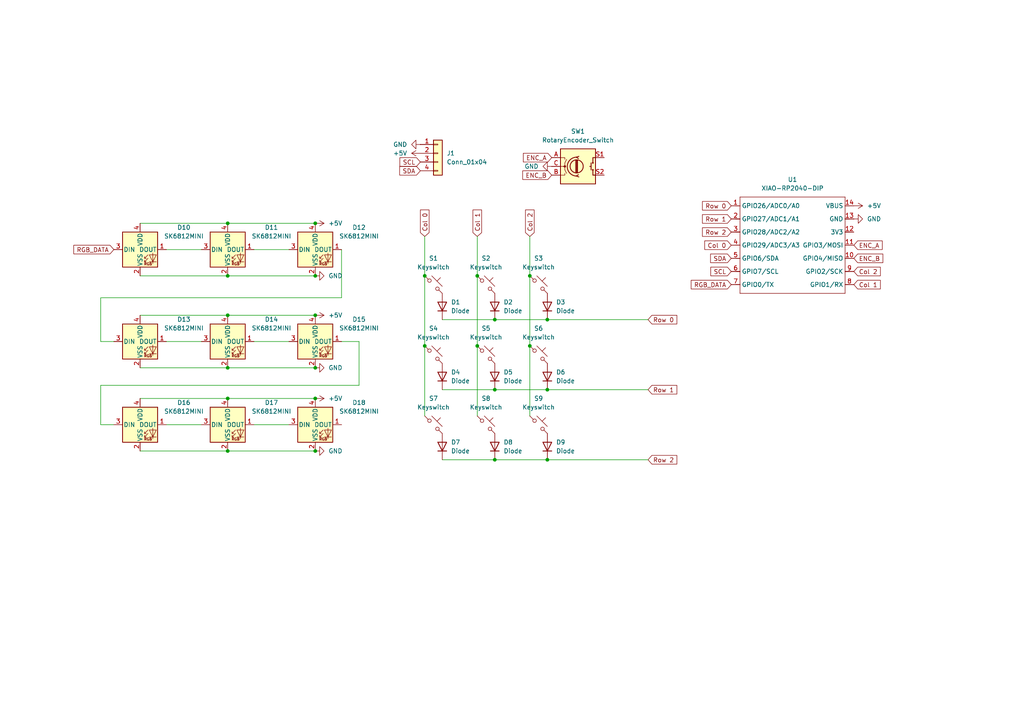
<source format=kicad_sch>
(kicad_sch
	(version 20250114)
	(generator "eeschema")
	(generator_version "9.0")
	(uuid "97f926c8-6157-49a0-911e-edf3b2b34584")
	(paper "A4")
	(lib_symbols
		(symbol "Connector_Generic:Conn_01x04"
			(pin_names
				(offset 1.016)
				(hide yes)
			)
			(exclude_from_sim no)
			(in_bom yes)
			(on_board yes)
			(property "Reference" "J"
				(at 0 5.08 0)
				(effects
					(font
						(size 1.27 1.27)
					)
				)
			)
			(property "Value" "Conn_01x04"
				(at 0 -7.62 0)
				(effects
					(font
						(size 1.27 1.27)
					)
				)
			)
			(property "Footprint" ""
				(at 0 0 0)
				(effects
					(font
						(size 1.27 1.27)
					)
					(hide yes)
				)
			)
			(property "Datasheet" "~"
				(at 0 0 0)
				(effects
					(font
						(size 1.27 1.27)
					)
					(hide yes)
				)
			)
			(property "Description" "Generic connector, single row, 01x04, script generated (kicad-library-utils/schlib/autogen/connector/)"
				(at 0 0 0)
				(effects
					(font
						(size 1.27 1.27)
					)
					(hide yes)
				)
			)
			(property "ki_keywords" "connector"
				(at 0 0 0)
				(effects
					(font
						(size 1.27 1.27)
					)
					(hide yes)
				)
			)
			(property "ki_fp_filters" "Connector*:*_1x??_*"
				(at 0 0 0)
				(effects
					(font
						(size 1.27 1.27)
					)
					(hide yes)
				)
			)
			(symbol "Conn_01x04_1_1"
				(rectangle
					(start -1.27 3.81)
					(end 1.27 -6.35)
					(stroke
						(width 0.254)
						(type default)
					)
					(fill
						(type background)
					)
				)
				(rectangle
					(start -1.27 2.667)
					(end 0 2.413)
					(stroke
						(width 0.1524)
						(type default)
					)
					(fill
						(type none)
					)
				)
				(rectangle
					(start -1.27 0.127)
					(end 0 -0.127)
					(stroke
						(width 0.1524)
						(type default)
					)
					(fill
						(type none)
					)
				)
				(rectangle
					(start -1.27 -2.413)
					(end 0 -2.667)
					(stroke
						(width 0.1524)
						(type default)
					)
					(fill
						(type none)
					)
				)
				(rectangle
					(start -1.27 -4.953)
					(end 0 -5.207)
					(stroke
						(width 0.1524)
						(type default)
					)
					(fill
						(type none)
					)
				)
				(pin passive line
					(at -5.08 2.54 0)
					(length 3.81)
					(name "Pin_1"
						(effects
							(font
								(size 1.27 1.27)
							)
						)
					)
					(number "1"
						(effects
							(font
								(size 1.27 1.27)
							)
						)
					)
				)
				(pin passive line
					(at -5.08 0 0)
					(length 3.81)
					(name "Pin_2"
						(effects
							(font
								(size 1.27 1.27)
							)
						)
					)
					(number "2"
						(effects
							(font
								(size 1.27 1.27)
							)
						)
					)
				)
				(pin passive line
					(at -5.08 -2.54 0)
					(length 3.81)
					(name "Pin_3"
						(effects
							(font
								(size 1.27 1.27)
							)
						)
					)
					(number "3"
						(effects
							(font
								(size 1.27 1.27)
							)
						)
					)
				)
				(pin passive line
					(at -5.08 -5.08 0)
					(length 3.81)
					(name "Pin_4"
						(effects
							(font
								(size 1.27 1.27)
							)
						)
					)
					(number "4"
						(effects
							(font
								(size 1.27 1.27)
							)
						)
					)
				)
			)
			(embedded_fonts no)
		)
		(symbol "Device:RotaryEncoder_Switch"
			(pin_names
				(offset 0.254)
				(hide yes)
			)
			(exclude_from_sim no)
			(in_bom yes)
			(on_board yes)
			(property "Reference" "SW"
				(at 0 6.604 0)
				(effects
					(font
						(size 1.27 1.27)
					)
				)
			)
			(property "Value" "RotaryEncoder_Switch"
				(at 0 -6.604 0)
				(effects
					(font
						(size 1.27 1.27)
					)
				)
			)
			(property "Footprint" ""
				(at -3.81 4.064 0)
				(effects
					(font
						(size 1.27 1.27)
					)
					(hide yes)
				)
			)
			(property "Datasheet" "~"
				(at 0 6.604 0)
				(effects
					(font
						(size 1.27 1.27)
					)
					(hide yes)
				)
			)
			(property "Description" "Rotary encoder, dual channel, incremental quadrate outputs, with switch"
				(at 0 0 0)
				(effects
					(font
						(size 1.27 1.27)
					)
					(hide yes)
				)
			)
			(property "ki_keywords" "rotary switch encoder switch push button"
				(at 0 0 0)
				(effects
					(font
						(size 1.27 1.27)
					)
					(hide yes)
				)
			)
			(property "ki_fp_filters" "RotaryEncoder*Switch*"
				(at 0 0 0)
				(effects
					(font
						(size 1.27 1.27)
					)
					(hide yes)
				)
			)
			(symbol "RotaryEncoder_Switch_0_1"
				(rectangle
					(start -5.08 5.08)
					(end 5.08 -5.08)
					(stroke
						(width 0.254)
						(type default)
					)
					(fill
						(type background)
					)
				)
				(polyline
					(pts
						(xy -5.08 2.54) (xy -3.81 2.54) (xy -3.81 2.032)
					)
					(stroke
						(width 0)
						(type default)
					)
					(fill
						(type none)
					)
				)
				(polyline
					(pts
						(xy -5.08 0) (xy -3.81 0) (xy -3.81 -1.016) (xy -3.302 -2.032)
					)
					(stroke
						(width 0)
						(type default)
					)
					(fill
						(type none)
					)
				)
				(polyline
					(pts
						(xy -5.08 -2.54) (xy -3.81 -2.54) (xy -3.81 -2.032)
					)
					(stroke
						(width 0)
						(type default)
					)
					(fill
						(type none)
					)
				)
				(polyline
					(pts
						(xy -4.318 0) (xy -3.81 0) (xy -3.81 1.016) (xy -3.302 2.032)
					)
					(stroke
						(width 0)
						(type default)
					)
					(fill
						(type none)
					)
				)
				(circle
					(center -3.81 0)
					(radius 0.254)
					(stroke
						(width 0)
						(type default)
					)
					(fill
						(type outline)
					)
				)
				(polyline
					(pts
						(xy -0.635 -1.778) (xy -0.635 1.778)
					)
					(stroke
						(width 0.254)
						(type default)
					)
					(fill
						(type none)
					)
				)
				(circle
					(center -0.381 0)
					(radius 1.905)
					(stroke
						(width 0.254)
						(type default)
					)
					(fill
						(type none)
					)
				)
				(polyline
					(pts
						(xy -0.381 -1.778) (xy -0.381 1.778)
					)
					(stroke
						(width 0.254)
						(type default)
					)
					(fill
						(type none)
					)
				)
				(arc
					(start -0.381 -2.794)
					(mid -3.0988 -0.0635)
					(end -0.381 2.667)
					(stroke
						(width 0.254)
						(type default)
					)
					(fill
						(type none)
					)
				)
				(polyline
					(pts
						(xy -0.127 1.778) (xy -0.127 -1.778)
					)
					(stroke
						(width 0.254)
						(type default)
					)
					(fill
						(type none)
					)
				)
				(polyline
					(pts
						(xy 0.254 2.921) (xy -0.508 2.667) (xy 0.127 2.286)
					)
					(stroke
						(width 0.254)
						(type default)
					)
					(fill
						(type none)
					)
				)
				(polyline
					(pts
						(xy 0.254 -3.048) (xy -0.508 -2.794) (xy 0.127 -2.413)
					)
					(stroke
						(width 0.254)
						(type default)
					)
					(fill
						(type none)
					)
				)
				(polyline
					(pts
						(xy 3.81 1.016) (xy 3.81 -1.016)
					)
					(stroke
						(width 0.254)
						(type default)
					)
					(fill
						(type none)
					)
				)
				(polyline
					(pts
						(xy 3.81 0) (xy 3.429 0)
					)
					(stroke
						(width 0.254)
						(type default)
					)
					(fill
						(type none)
					)
				)
				(circle
					(center 4.318 1.016)
					(radius 0.127)
					(stroke
						(width 0.254)
						(type default)
					)
					(fill
						(type none)
					)
				)
				(circle
					(center 4.318 -1.016)
					(radius 0.127)
					(stroke
						(width 0.254)
						(type default)
					)
					(fill
						(type none)
					)
				)
				(polyline
					(pts
						(xy 5.08 2.54) (xy 4.318 2.54) (xy 4.318 1.016)
					)
					(stroke
						(width 0.254)
						(type default)
					)
					(fill
						(type none)
					)
				)
				(polyline
					(pts
						(xy 5.08 -2.54) (xy 4.318 -2.54) (xy 4.318 -1.016)
					)
					(stroke
						(width 0.254)
						(type default)
					)
					(fill
						(type none)
					)
				)
			)
			(symbol "RotaryEncoder_Switch_1_1"
				(pin passive line
					(at -7.62 2.54 0)
					(length 2.54)
					(name "A"
						(effects
							(font
								(size 1.27 1.27)
							)
						)
					)
					(number "A"
						(effects
							(font
								(size 1.27 1.27)
							)
						)
					)
				)
				(pin passive line
					(at -7.62 0 0)
					(length 2.54)
					(name "C"
						(effects
							(font
								(size 1.27 1.27)
							)
						)
					)
					(number "C"
						(effects
							(font
								(size 1.27 1.27)
							)
						)
					)
				)
				(pin passive line
					(at -7.62 -2.54 0)
					(length 2.54)
					(name "B"
						(effects
							(font
								(size 1.27 1.27)
							)
						)
					)
					(number "B"
						(effects
							(font
								(size 1.27 1.27)
							)
						)
					)
				)
				(pin passive line
					(at 7.62 2.54 180)
					(length 2.54)
					(name "S1"
						(effects
							(font
								(size 1.27 1.27)
							)
						)
					)
					(number "S1"
						(effects
							(font
								(size 1.27 1.27)
							)
						)
					)
				)
				(pin passive line
					(at 7.62 -2.54 180)
					(length 2.54)
					(name "S2"
						(effects
							(font
								(size 1.27 1.27)
							)
						)
					)
					(number "S2"
						(effects
							(font
								(size 1.27 1.27)
							)
						)
					)
				)
			)
			(embedded_fonts no)
		)
		(symbol "LED:SK6812MINI"
			(pin_names
				(offset 0.254)
			)
			(exclude_from_sim no)
			(in_bom yes)
			(on_board yes)
			(property "Reference" "D"
				(at 5.08 5.715 0)
				(effects
					(font
						(size 1.27 1.27)
					)
					(justify right bottom)
				)
			)
			(property "Value" "SK6812MINI"
				(at 1.27 -5.715 0)
				(effects
					(font
						(size 1.27 1.27)
					)
					(justify left top)
				)
			)
			(property "Footprint" "LED_SMD:LED_SK6812MINI_PLCC4_3.5x3.5mm_P1.75mm"
				(at 1.27 -7.62 0)
				(effects
					(font
						(size 1.27 1.27)
					)
					(justify left top)
					(hide yes)
				)
			)
			(property "Datasheet" "https://cdn-shop.adafruit.com/product-files/2686/SK6812MINI_REV.01-1-2.pdf"
				(at 2.54 -9.525 0)
				(effects
					(font
						(size 1.27 1.27)
					)
					(justify left top)
					(hide yes)
				)
			)
			(property "Description" "RGB LED with integrated controller"
				(at 0 0 0)
				(effects
					(font
						(size 1.27 1.27)
					)
					(hide yes)
				)
			)
			(property "ki_keywords" "RGB LED NeoPixel Mini addressable"
				(at 0 0 0)
				(effects
					(font
						(size 1.27 1.27)
					)
					(hide yes)
				)
			)
			(property "ki_fp_filters" "LED*SK6812MINI*PLCC*3.5x3.5mm*P1.75mm*"
				(at 0 0 0)
				(effects
					(font
						(size 1.27 1.27)
					)
					(hide yes)
				)
			)
			(symbol "SK6812MINI_0_0"
				(text "RGB"
					(at 2.286 -4.191 0)
					(effects
						(font
							(size 0.762 0.762)
						)
					)
				)
			)
			(symbol "SK6812MINI_0_1"
				(polyline
					(pts
						(xy 1.27 -2.54) (xy 1.778 -2.54)
					)
					(stroke
						(width 0)
						(type default)
					)
					(fill
						(type none)
					)
				)
				(polyline
					(pts
						(xy 1.27 -3.556) (xy 1.778 -3.556)
					)
					(stroke
						(width 0)
						(type default)
					)
					(fill
						(type none)
					)
				)
				(polyline
					(pts
						(xy 2.286 -1.524) (xy 1.27 -2.54) (xy 1.27 -2.032)
					)
					(stroke
						(width 0)
						(type default)
					)
					(fill
						(type none)
					)
				)
				(polyline
					(pts
						(xy 2.286 -2.54) (xy 1.27 -3.556) (xy 1.27 -3.048)
					)
					(stroke
						(width 0)
						(type default)
					)
					(fill
						(type none)
					)
				)
				(polyline
					(pts
						(xy 3.683 -1.016) (xy 3.683 -3.556) (xy 3.683 -4.064)
					)
					(stroke
						(width 0)
						(type default)
					)
					(fill
						(type none)
					)
				)
				(polyline
					(pts
						(xy 4.699 -1.524) (xy 2.667 -1.524) (xy 3.683 -3.556) (xy 4.699 -1.524)
					)
					(stroke
						(width 0)
						(type default)
					)
					(fill
						(type none)
					)
				)
				(polyline
					(pts
						(xy 4.699 -3.556) (xy 2.667 -3.556)
					)
					(stroke
						(width 0)
						(type default)
					)
					(fill
						(type none)
					)
				)
				(rectangle
					(start 5.08 5.08)
					(end -5.08 -5.08)
					(stroke
						(width 0.254)
						(type default)
					)
					(fill
						(type background)
					)
				)
			)
			(symbol "SK6812MINI_1_1"
				(pin input line
					(at -7.62 0 0)
					(length 2.54)
					(name "DIN"
						(effects
							(font
								(size 1.27 1.27)
							)
						)
					)
					(number "3"
						(effects
							(font
								(size 1.27 1.27)
							)
						)
					)
				)
				(pin power_in line
					(at 0 7.62 270)
					(length 2.54)
					(name "VDD"
						(effects
							(font
								(size 1.27 1.27)
							)
						)
					)
					(number "4"
						(effects
							(font
								(size 1.27 1.27)
							)
						)
					)
				)
				(pin power_in line
					(at 0 -7.62 90)
					(length 2.54)
					(name "VSS"
						(effects
							(font
								(size 1.27 1.27)
							)
						)
					)
					(number "2"
						(effects
							(font
								(size 1.27 1.27)
							)
						)
					)
				)
				(pin output line
					(at 7.62 0 180)
					(length 2.54)
					(name "DOUT"
						(effects
							(font
								(size 1.27 1.27)
							)
						)
					)
					(number "1"
						(effects
							(font
								(size 1.27 1.27)
							)
						)
					)
				)
			)
			(embedded_fonts no)
		)
		(symbol "OPL:XIAO-RP2040-DIP"
			(exclude_from_sim no)
			(in_bom yes)
			(on_board yes)
			(property "Reference" "U"
				(at 0 0 0)
				(effects
					(font
						(size 1.27 1.27)
					)
				)
			)
			(property "Value" "XIAO-RP2040-DIP"
				(at 5.334 -1.778 0)
				(effects
					(font
						(size 1.27 1.27)
					)
				)
			)
			(property "Footprint" "Module:MOUDLE14P-XIAO-DIP-SMD"
				(at 14.478 -32.258 0)
				(effects
					(font
						(size 1.27 1.27)
					)
					(hide yes)
				)
			)
			(property "Datasheet" ""
				(at 0 0 0)
				(effects
					(font
						(size 1.27 1.27)
					)
					(hide yes)
				)
			)
			(property "Description" ""
				(at 0 0 0)
				(effects
					(font
						(size 1.27 1.27)
					)
					(hide yes)
				)
			)
			(symbol "XIAO-RP2040-DIP_1_0"
				(polyline
					(pts
						(xy -1.27 -2.54) (xy 29.21 -2.54)
					)
					(stroke
						(width 0.1524)
						(type solid)
					)
					(fill
						(type none)
					)
				)
				(polyline
					(pts
						(xy -1.27 -5.08) (xy -2.54 -5.08)
					)
					(stroke
						(width 0.1524)
						(type solid)
					)
					(fill
						(type none)
					)
				)
				(polyline
					(pts
						(xy -1.27 -5.08) (xy -1.27 -2.54)
					)
					(stroke
						(width 0.1524)
						(type solid)
					)
					(fill
						(type none)
					)
				)
				(polyline
					(pts
						(xy -1.27 -8.89) (xy -2.54 -8.89)
					)
					(stroke
						(width 0.1524)
						(type solid)
					)
					(fill
						(type none)
					)
				)
				(polyline
					(pts
						(xy -1.27 -8.89) (xy -1.27 -5.08)
					)
					(stroke
						(width 0.1524)
						(type solid)
					)
					(fill
						(type none)
					)
				)
				(polyline
					(pts
						(xy -1.27 -12.7) (xy -2.54 -12.7)
					)
					(stroke
						(width 0.1524)
						(type solid)
					)
					(fill
						(type none)
					)
				)
				(polyline
					(pts
						(xy -1.27 -12.7) (xy -1.27 -8.89)
					)
					(stroke
						(width 0.1524)
						(type solid)
					)
					(fill
						(type none)
					)
				)
				(polyline
					(pts
						(xy -1.27 -16.51) (xy -2.54 -16.51)
					)
					(stroke
						(width 0.1524)
						(type solid)
					)
					(fill
						(type none)
					)
				)
				(polyline
					(pts
						(xy -1.27 -16.51) (xy -1.27 -12.7)
					)
					(stroke
						(width 0.1524)
						(type solid)
					)
					(fill
						(type none)
					)
				)
				(polyline
					(pts
						(xy -1.27 -20.32) (xy -2.54 -20.32)
					)
					(stroke
						(width 0.1524)
						(type solid)
					)
					(fill
						(type none)
					)
				)
				(polyline
					(pts
						(xy -1.27 -24.13) (xy -2.54 -24.13)
					)
					(stroke
						(width 0.1524)
						(type solid)
					)
					(fill
						(type none)
					)
				)
				(polyline
					(pts
						(xy -1.27 -27.94) (xy -2.54 -27.94)
					)
					(stroke
						(width 0.1524)
						(type solid)
					)
					(fill
						(type none)
					)
				)
				(polyline
					(pts
						(xy -1.27 -30.48) (xy -1.27 -16.51)
					)
					(stroke
						(width 0.1524)
						(type solid)
					)
					(fill
						(type none)
					)
				)
				(polyline
					(pts
						(xy 29.21 -2.54) (xy 29.21 -5.08)
					)
					(stroke
						(width 0.1524)
						(type solid)
					)
					(fill
						(type none)
					)
				)
				(polyline
					(pts
						(xy 29.21 -5.08) (xy 29.21 -8.89)
					)
					(stroke
						(width 0.1524)
						(type solid)
					)
					(fill
						(type none)
					)
				)
				(polyline
					(pts
						(xy 29.21 -8.89) (xy 29.21 -12.7)
					)
					(stroke
						(width 0.1524)
						(type solid)
					)
					(fill
						(type none)
					)
				)
				(polyline
					(pts
						(xy 29.21 -12.7) (xy 29.21 -30.48)
					)
					(stroke
						(width 0.1524)
						(type solid)
					)
					(fill
						(type none)
					)
				)
				(polyline
					(pts
						(xy 29.21 -30.48) (xy -1.27 -30.48)
					)
					(stroke
						(width 0.1524)
						(type solid)
					)
					(fill
						(type none)
					)
				)
				(polyline
					(pts
						(xy 30.48 -5.08) (xy 29.21 -5.08)
					)
					(stroke
						(width 0.1524)
						(type solid)
					)
					(fill
						(type none)
					)
				)
				(polyline
					(pts
						(xy 30.48 -8.89) (xy 29.21 -8.89)
					)
					(stroke
						(width 0.1524)
						(type solid)
					)
					(fill
						(type none)
					)
				)
				(polyline
					(pts
						(xy 30.48 -12.7) (xy 29.21 -12.7)
					)
					(stroke
						(width 0.1524)
						(type solid)
					)
					(fill
						(type none)
					)
				)
				(polyline
					(pts
						(xy 30.48 -16.51) (xy 29.21 -16.51)
					)
					(stroke
						(width 0.1524)
						(type solid)
					)
					(fill
						(type none)
					)
				)
				(polyline
					(pts
						(xy 30.48 -20.32) (xy 29.21 -20.32)
					)
					(stroke
						(width 0.1524)
						(type solid)
					)
					(fill
						(type none)
					)
				)
				(polyline
					(pts
						(xy 30.48 -24.13) (xy 29.21 -24.13)
					)
					(stroke
						(width 0.1524)
						(type solid)
					)
					(fill
						(type none)
					)
				)
				(polyline
					(pts
						(xy 30.48 -27.94) (xy 29.21 -27.94)
					)
					(stroke
						(width 0.1524)
						(type solid)
					)
					(fill
						(type none)
					)
				)
				(pin passive line
					(at -3.81 -5.08 0)
					(length 2.54)
					(name "GPIO26/ADC0/A0"
						(effects
							(font
								(size 1.27 1.27)
							)
						)
					)
					(number "1"
						(effects
							(font
								(size 1.27 1.27)
							)
						)
					)
				)
				(pin passive line
					(at -3.81 -8.89 0)
					(length 2.54)
					(name "GPIO27/ADC1/A1"
						(effects
							(font
								(size 1.27 1.27)
							)
						)
					)
					(number "2"
						(effects
							(font
								(size 1.27 1.27)
							)
						)
					)
				)
				(pin passive line
					(at -3.81 -12.7 0)
					(length 2.54)
					(name "GPIO28/ADC2/A2"
						(effects
							(font
								(size 1.27 1.27)
							)
						)
					)
					(number "3"
						(effects
							(font
								(size 1.27 1.27)
							)
						)
					)
				)
				(pin passive line
					(at -3.81 -16.51 0)
					(length 2.54)
					(name "GPIO29/ADC3/A3"
						(effects
							(font
								(size 1.27 1.27)
							)
						)
					)
					(number "4"
						(effects
							(font
								(size 1.27 1.27)
							)
						)
					)
				)
				(pin passive line
					(at -3.81 -20.32 0)
					(length 2.54)
					(name "GPIO6/SDA"
						(effects
							(font
								(size 1.27 1.27)
							)
						)
					)
					(number "5"
						(effects
							(font
								(size 1.27 1.27)
							)
						)
					)
				)
				(pin passive line
					(at -3.81 -24.13 0)
					(length 2.54)
					(name "GPIO7/SCL"
						(effects
							(font
								(size 1.27 1.27)
							)
						)
					)
					(number "6"
						(effects
							(font
								(size 1.27 1.27)
							)
						)
					)
				)
				(pin passive line
					(at -3.81 -27.94 0)
					(length 2.54)
					(name "GPIO0/TX"
						(effects
							(font
								(size 1.27 1.27)
							)
						)
					)
					(number "7"
						(effects
							(font
								(size 1.27 1.27)
							)
						)
					)
				)
				(pin passive line
					(at 31.75 -5.08 180)
					(length 2.54)
					(name "VBUS"
						(effects
							(font
								(size 1.27 1.27)
							)
						)
					)
					(number "14"
						(effects
							(font
								(size 1.27 1.27)
							)
						)
					)
				)
				(pin passive line
					(at 31.75 -8.89 180)
					(length 2.54)
					(name "GND"
						(effects
							(font
								(size 1.27 1.27)
							)
						)
					)
					(number "13"
						(effects
							(font
								(size 1.27 1.27)
							)
						)
					)
				)
				(pin passive line
					(at 31.75 -12.7 180)
					(length 2.54)
					(name "3V3"
						(effects
							(font
								(size 1.27 1.27)
							)
						)
					)
					(number "12"
						(effects
							(font
								(size 1.27 1.27)
							)
						)
					)
				)
				(pin passive line
					(at 31.75 -16.51 180)
					(length 2.54)
					(name "GPIO3/MOSI"
						(effects
							(font
								(size 1.27 1.27)
							)
						)
					)
					(number "11"
						(effects
							(font
								(size 1.27 1.27)
							)
						)
					)
				)
				(pin passive line
					(at 31.75 -20.32 180)
					(length 2.54)
					(name "GPIO4/MISO"
						(effects
							(font
								(size 1.27 1.27)
							)
						)
					)
					(number "10"
						(effects
							(font
								(size 1.27 1.27)
							)
						)
					)
				)
				(pin passive line
					(at 31.75 -24.13 180)
					(length 2.54)
					(name "GPIO2/SCK"
						(effects
							(font
								(size 1.27 1.27)
							)
						)
					)
					(number "9"
						(effects
							(font
								(size 1.27 1.27)
							)
						)
					)
				)
				(pin passive line
					(at 31.75 -27.94 180)
					(length 2.54)
					(name "GPIO1/RX"
						(effects
							(font
								(size 1.27 1.27)
							)
						)
					)
					(number "8"
						(effects
							(font
								(size 1.27 1.27)
							)
						)
					)
				)
			)
			(embedded_fonts no)
		)
		(symbol "ScottoKeebs:Placeholder_Diode"
			(pin_numbers
				(hide yes)
			)
			(pin_names
				(hide yes)
			)
			(exclude_from_sim no)
			(in_bom yes)
			(on_board yes)
			(property "Reference" "D"
				(at 0 2.54 0)
				(effects
					(font
						(size 1.27 1.27)
					)
				)
			)
			(property "Value" "Diode"
				(at 0 -2.54 0)
				(effects
					(font
						(size 1.27 1.27)
					)
				)
			)
			(property "Footprint" ""
				(at 0 0 0)
				(effects
					(font
						(size 1.27 1.27)
					)
					(hide yes)
				)
			)
			(property "Datasheet" ""
				(at 0 0 0)
				(effects
					(font
						(size 1.27 1.27)
					)
					(hide yes)
				)
			)
			(property "Description" "1N4148 (DO-35) or 1N4148W (SOD-123)"
				(at 0 0 0)
				(effects
					(font
						(size 1.27 1.27)
					)
					(hide yes)
				)
			)
			(property "Sim.Device" "D"
				(at 0 0 0)
				(effects
					(font
						(size 1.27 1.27)
					)
					(hide yes)
				)
			)
			(property "Sim.Pins" "1=K 2=A"
				(at 0 0 0)
				(effects
					(font
						(size 1.27 1.27)
					)
					(hide yes)
				)
			)
			(property "ki_keywords" "diode"
				(at 0 0 0)
				(effects
					(font
						(size 1.27 1.27)
					)
					(hide yes)
				)
			)
			(property "ki_fp_filters" "D*DO?35*"
				(at 0 0 0)
				(effects
					(font
						(size 1.27 1.27)
					)
					(hide yes)
				)
			)
			(symbol "Placeholder_Diode_0_1"
				(polyline
					(pts
						(xy -1.27 1.27) (xy -1.27 -1.27)
					)
					(stroke
						(width 0.254)
						(type default)
					)
					(fill
						(type none)
					)
				)
				(polyline
					(pts
						(xy 1.27 1.27) (xy 1.27 -1.27) (xy -1.27 0) (xy 1.27 1.27)
					)
					(stroke
						(width 0.254)
						(type default)
					)
					(fill
						(type none)
					)
				)
				(polyline
					(pts
						(xy 1.27 0) (xy -1.27 0)
					)
					(stroke
						(width 0)
						(type default)
					)
					(fill
						(type none)
					)
				)
			)
			(symbol "Placeholder_Diode_1_1"
				(pin passive line
					(at -3.81 0 0)
					(length 2.54)
					(name "K"
						(effects
							(font
								(size 1.27 1.27)
							)
						)
					)
					(number "1"
						(effects
							(font
								(size 1.27 1.27)
							)
						)
					)
				)
				(pin passive line
					(at 3.81 0 180)
					(length 2.54)
					(name "A"
						(effects
							(font
								(size 1.27 1.27)
							)
						)
					)
					(number "2"
						(effects
							(font
								(size 1.27 1.27)
							)
						)
					)
				)
			)
			(embedded_fonts no)
		)
		(symbol "ScottoKeebs:Placeholder_Keyswitch"
			(pin_numbers
				(hide yes)
			)
			(pin_names
				(offset 1.016)
				(hide yes)
			)
			(exclude_from_sim no)
			(in_bom yes)
			(on_board yes)
			(property "Reference" "S"
				(at 3.048 1.016 0)
				(effects
					(font
						(size 1.27 1.27)
					)
					(justify left)
				)
			)
			(property "Value" "Keyswitch"
				(at 0 -3.81 0)
				(effects
					(font
						(size 1.27 1.27)
					)
				)
			)
			(property "Footprint" ""
				(at 0 0 0)
				(effects
					(font
						(size 1.27 1.27)
					)
					(hide yes)
				)
			)
			(property "Datasheet" "~"
				(at 0 0 0)
				(effects
					(font
						(size 1.27 1.27)
					)
					(hide yes)
				)
			)
			(property "Description" "Push button switch, normally open, two pins, 45° tilted"
				(at 0 0 0)
				(effects
					(font
						(size 1.27 1.27)
					)
					(hide yes)
				)
			)
			(property "ki_keywords" "switch normally-open pushbutton push-button"
				(at 0 0 0)
				(effects
					(font
						(size 1.27 1.27)
					)
					(hide yes)
				)
			)
			(symbol "Placeholder_Keyswitch_0_1"
				(polyline
					(pts
						(xy -2.54 2.54) (xy -1.524 1.524) (xy -1.524 1.524)
					)
					(stroke
						(width 0)
						(type default)
					)
					(fill
						(type none)
					)
				)
				(circle
					(center -1.1684 1.1684)
					(radius 0.508)
					(stroke
						(width 0)
						(type default)
					)
					(fill
						(type none)
					)
				)
				(polyline
					(pts
						(xy -0.508 2.54) (xy 2.54 -0.508)
					)
					(stroke
						(width 0)
						(type default)
					)
					(fill
						(type none)
					)
				)
				(polyline
					(pts
						(xy 1.016 1.016) (xy 2.032 2.032)
					)
					(stroke
						(width 0)
						(type default)
					)
					(fill
						(type none)
					)
				)
				(circle
					(center 1.143 -1.1938)
					(radius 0.508)
					(stroke
						(width 0)
						(type default)
					)
					(fill
						(type none)
					)
				)
				(polyline
					(pts
						(xy 1.524 -1.524) (xy 2.54 -2.54) (xy 2.54 -2.54) (xy 2.54 -2.54)
					)
					(stroke
						(width 0)
						(type default)
					)
					(fill
						(type none)
					)
				)
				(pin passive line
					(at -2.54 2.54 0)
					(length 0)
					(name "1"
						(effects
							(font
								(size 1.27 1.27)
							)
						)
					)
					(number "1"
						(effects
							(font
								(size 1.27 1.27)
							)
						)
					)
				)
				(pin passive line
					(at 2.54 -2.54 180)
					(length 0)
					(name "2"
						(effects
							(font
								(size 1.27 1.27)
							)
						)
					)
					(number "2"
						(effects
							(font
								(size 1.27 1.27)
							)
						)
					)
				)
			)
			(embedded_fonts no)
		)
		(symbol "power:+5V"
			(power)
			(pin_numbers
				(hide yes)
			)
			(pin_names
				(offset 0)
				(hide yes)
			)
			(exclude_from_sim no)
			(in_bom yes)
			(on_board yes)
			(property "Reference" "#PWR"
				(at 0 -3.81 0)
				(effects
					(font
						(size 1.27 1.27)
					)
					(hide yes)
				)
			)
			(property "Value" "+5V"
				(at 0 3.556 0)
				(effects
					(font
						(size 1.27 1.27)
					)
				)
			)
			(property "Footprint" ""
				(at 0 0 0)
				(effects
					(font
						(size 1.27 1.27)
					)
					(hide yes)
				)
			)
			(property "Datasheet" ""
				(at 0 0 0)
				(effects
					(font
						(size 1.27 1.27)
					)
					(hide yes)
				)
			)
			(property "Description" "Power symbol creates a global label with name \"+5V\""
				(at 0 0 0)
				(effects
					(font
						(size 1.27 1.27)
					)
					(hide yes)
				)
			)
			(property "ki_keywords" "global power"
				(at 0 0 0)
				(effects
					(font
						(size 1.27 1.27)
					)
					(hide yes)
				)
			)
			(symbol "+5V_0_1"
				(polyline
					(pts
						(xy -0.762 1.27) (xy 0 2.54)
					)
					(stroke
						(width 0)
						(type default)
					)
					(fill
						(type none)
					)
				)
				(polyline
					(pts
						(xy 0 2.54) (xy 0.762 1.27)
					)
					(stroke
						(width 0)
						(type default)
					)
					(fill
						(type none)
					)
				)
				(polyline
					(pts
						(xy 0 0) (xy 0 2.54)
					)
					(stroke
						(width 0)
						(type default)
					)
					(fill
						(type none)
					)
				)
			)
			(symbol "+5V_1_1"
				(pin power_in line
					(at 0 0 90)
					(length 0)
					(name "~"
						(effects
							(font
								(size 1.27 1.27)
							)
						)
					)
					(number "1"
						(effects
							(font
								(size 1.27 1.27)
							)
						)
					)
				)
			)
			(embedded_fonts no)
		)
		(symbol "power:GND"
			(power)
			(pin_numbers
				(hide yes)
			)
			(pin_names
				(offset 0)
				(hide yes)
			)
			(exclude_from_sim no)
			(in_bom yes)
			(on_board yes)
			(property "Reference" "#PWR"
				(at 0 -6.35 0)
				(effects
					(font
						(size 1.27 1.27)
					)
					(hide yes)
				)
			)
			(property "Value" "GND"
				(at 0 -3.81 0)
				(effects
					(font
						(size 1.27 1.27)
					)
				)
			)
			(property "Footprint" ""
				(at 0 0 0)
				(effects
					(font
						(size 1.27 1.27)
					)
					(hide yes)
				)
			)
			(property "Datasheet" ""
				(at 0 0 0)
				(effects
					(font
						(size 1.27 1.27)
					)
					(hide yes)
				)
			)
			(property "Description" "Power symbol creates a global label with name \"GND\" , ground"
				(at 0 0 0)
				(effects
					(font
						(size 1.27 1.27)
					)
					(hide yes)
				)
			)
			(property "ki_keywords" "global power"
				(at 0 0 0)
				(effects
					(font
						(size 1.27 1.27)
					)
					(hide yes)
				)
			)
			(symbol "GND_0_1"
				(polyline
					(pts
						(xy 0 0) (xy 0 -1.27) (xy 1.27 -1.27) (xy 0 -2.54) (xy -1.27 -1.27) (xy 0 -1.27)
					)
					(stroke
						(width 0)
						(type default)
					)
					(fill
						(type none)
					)
				)
			)
			(symbol "GND_1_1"
				(pin power_in line
					(at 0 0 270)
					(length 0)
					(name "~"
						(effects
							(font
								(size 1.27 1.27)
							)
						)
					)
					(number "1"
						(effects
							(font
								(size 1.27 1.27)
							)
						)
					)
				)
			)
			(embedded_fonts no)
		)
	)
	(junction
		(at 158.75 133.35)
		(diameter 0)
		(color 0 0 0 0)
		(uuid "2918b214-f6bd-4a02-a8ea-ac145018f58a")
	)
	(junction
		(at 153.67 100.33)
		(diameter 0)
		(color 0 0 0 0)
		(uuid "2939cff6-53d8-4cbb-a422-71f06921a2b1")
	)
	(junction
		(at 153.67 80.01)
		(diameter 0)
		(color 0 0 0 0)
		(uuid "2cd7ed75-6fd7-42e9-b68d-e7dc09b96040")
	)
	(junction
		(at 66.04 115.57)
		(diameter 0)
		(color 0 0 0 0)
		(uuid "2f491395-8e46-4364-b706-3369f5b93670")
	)
	(junction
		(at 91.44 130.81)
		(diameter 0)
		(color 0 0 0 0)
		(uuid "32ee0dd0-bf76-48c6-8145-053384a4c2f7")
	)
	(junction
		(at 143.51 92.71)
		(diameter 0)
		(color 0 0 0 0)
		(uuid "38d5cbcd-6c6c-4662-bc2d-92e09e3fa0a2")
	)
	(junction
		(at 91.44 64.77)
		(diameter 0)
		(color 0 0 0 0)
		(uuid "3db385cc-9e57-4d47-a68c-94625d02c24e")
	)
	(junction
		(at 91.44 106.68)
		(diameter 0)
		(color 0 0 0 0)
		(uuid "4a0d3a69-4b98-4e61-a15c-3dc84661d6e2")
	)
	(junction
		(at 91.44 91.44)
		(diameter 0)
		(color 0 0 0 0)
		(uuid "50798351-e7e5-42a5-b5b1-2fe75ae97880")
	)
	(junction
		(at 143.51 133.35)
		(diameter 0)
		(color 0 0 0 0)
		(uuid "568219da-a9a0-473e-a691-f319d4fce17a")
	)
	(junction
		(at 66.04 130.81)
		(diameter 0)
		(color 0 0 0 0)
		(uuid "5ca9cb46-c1c6-4f2b-af35-d9e54dc17e1c")
	)
	(junction
		(at 66.04 80.01)
		(diameter 0)
		(color 0 0 0 0)
		(uuid "5f8ce76c-5de9-4a54-a7db-94f6b41eeabd")
	)
	(junction
		(at 123.19 100.33)
		(diameter 0)
		(color 0 0 0 0)
		(uuid "6ae357a6-ab7a-462a-9b4c-3618e55787da")
	)
	(junction
		(at 138.43 100.33)
		(diameter 0)
		(color 0 0 0 0)
		(uuid "6e24dcbb-5486-4d89-95ee-d5831a4091cf")
	)
	(junction
		(at 158.75 92.71)
		(diameter 0)
		(color 0 0 0 0)
		(uuid "70583f1a-d8ca-474d-85c4-22dcedb93a72")
	)
	(junction
		(at 138.43 80.01)
		(diameter 0)
		(color 0 0 0 0)
		(uuid "7259c37e-b5ad-416c-921f-856bbae07f55")
	)
	(junction
		(at 66.04 64.77)
		(diameter 0)
		(color 0 0 0 0)
		(uuid "7e77a8dd-6d27-4af4-a53e-a82713b7a150")
	)
	(junction
		(at 66.04 91.44)
		(diameter 0)
		(color 0 0 0 0)
		(uuid "82b7ac50-f7c2-4c1e-b154-c4ce51de3a81")
	)
	(junction
		(at 123.19 80.01)
		(diameter 0)
		(color 0 0 0 0)
		(uuid "888a4995-b257-4c3e-a8c4-32849ec470a6")
	)
	(junction
		(at 91.44 80.01)
		(diameter 0)
		(color 0 0 0 0)
		(uuid "89579754-e9c0-45da-bfa2-4a2eae19d7a8")
	)
	(junction
		(at 91.44 115.57)
		(diameter 0)
		(color 0 0 0 0)
		(uuid "b17ee81c-32b9-4755-925e-f2050eb96143")
	)
	(junction
		(at 158.75 113.03)
		(diameter 0)
		(color 0 0 0 0)
		(uuid "b44c299e-3d41-411f-b30a-806c55ee7c05")
	)
	(junction
		(at 66.04 106.68)
		(diameter 0)
		(color 0 0 0 0)
		(uuid "d26c1554-9a2d-4011-962f-e0c51a497868")
	)
	(junction
		(at 143.51 113.03)
		(diameter 0)
		(color 0 0 0 0)
		(uuid "f4a45296-5647-4bf5-90de-2262c6c71927")
	)
	(wire
		(pts
			(xy 83.82 99.06) (xy 73.66 99.06)
		)
		(stroke
			(width 0)
			(type default)
		)
		(uuid "03bf8237-f812-48cd-ba29-615562c2174c")
	)
	(wire
		(pts
			(xy 104.14 99.06) (xy 104.14 111.76)
		)
		(stroke
			(width 0)
			(type default)
		)
		(uuid "0419506d-91a4-432d-8503-ae16e51eed01")
	)
	(wire
		(pts
			(xy 153.67 68.58) (xy 153.67 80.01)
		)
		(stroke
			(width 0)
			(type default)
		)
		(uuid "0adf9108-afd3-4a1e-9cb4-5cd3a1a29b1c")
	)
	(wire
		(pts
			(xy 48.26 72.39) (xy 58.42 72.39)
		)
		(stroke
			(width 0)
			(type default)
		)
		(uuid "0edcee8d-21dd-497c-9063-f734cbd755f7")
	)
	(wire
		(pts
			(xy 91.44 106.68) (xy 66.04 106.68)
		)
		(stroke
			(width 0)
			(type default)
		)
		(uuid "1675863d-7148-4dfd-8886-4ab0d080fefa")
	)
	(wire
		(pts
			(xy 138.43 68.58) (xy 138.43 80.01)
		)
		(stroke
			(width 0)
			(type default)
		)
		(uuid "17b82f64-aede-4e6b-90d9-741308f5f662")
	)
	(wire
		(pts
			(xy 128.27 92.71) (xy 143.51 92.71)
		)
		(stroke
			(width 0)
			(type default)
		)
		(uuid "1bda9eb1-53aa-4b85-9103-fe67796a417e")
	)
	(wire
		(pts
			(xy 158.75 133.35) (xy 187.96 133.35)
		)
		(stroke
			(width 0)
			(type default)
		)
		(uuid "1be73db0-24a5-493e-9b95-be60d9141f0e")
	)
	(wire
		(pts
			(xy 48.26 123.19) (xy 58.42 123.19)
		)
		(stroke
			(width 0)
			(type default)
		)
		(uuid "2d63b29d-5cea-40b3-88bd-2d7d16da52c7")
	)
	(wire
		(pts
			(xy 66.04 64.77) (xy 91.44 64.77)
		)
		(stroke
			(width 0)
			(type default)
		)
		(uuid "2f9355c9-2418-4384-b875-f07b82c38342")
	)
	(wire
		(pts
			(xy 40.64 64.77) (xy 66.04 64.77)
		)
		(stroke
			(width 0)
			(type default)
		)
		(uuid "33ce8543-f9a7-40b9-9bf6-a8154073a142")
	)
	(wire
		(pts
			(xy 99.06 99.06) (xy 104.14 99.06)
		)
		(stroke
			(width 0)
			(type default)
		)
		(uuid "344c1f93-be94-450b-a904-d6ce7f9ac8f6")
	)
	(wire
		(pts
			(xy 29.21 111.76) (xy 29.21 123.19)
		)
		(stroke
			(width 0)
			(type default)
		)
		(uuid "486087f8-eced-4b73-9c31-145e2ddeb8e8")
	)
	(wire
		(pts
			(xy 40.64 130.81) (xy 66.04 130.81)
		)
		(stroke
			(width 0)
			(type default)
		)
		(uuid "4cec820d-cfb5-4ef6-9e2d-b4482e02ca2d")
	)
	(wire
		(pts
			(xy 66.04 115.57) (xy 91.44 115.57)
		)
		(stroke
			(width 0)
			(type default)
		)
		(uuid "4d02e023-38da-487d-b316-66a638e5cb6e")
	)
	(wire
		(pts
			(xy 99.06 86.36) (xy 29.21 86.36)
		)
		(stroke
			(width 0)
			(type default)
		)
		(uuid "50a91ecd-22f4-4ffc-9940-5d271f1fd312")
	)
	(wire
		(pts
			(xy 158.75 92.71) (xy 187.96 92.71)
		)
		(stroke
			(width 0)
			(type default)
		)
		(uuid "50cb9e63-1160-4fae-99e0-efde0a67577f")
	)
	(wire
		(pts
			(xy 138.43 100.33) (xy 138.43 120.65)
		)
		(stroke
			(width 0)
			(type default)
		)
		(uuid "54e79851-6f09-4760-934e-b0b0f2581847")
	)
	(wire
		(pts
			(xy 143.51 92.71) (xy 158.75 92.71)
		)
		(stroke
			(width 0)
			(type default)
		)
		(uuid "58906f98-4e63-45ab-85b2-6585266df474")
	)
	(wire
		(pts
			(xy 138.43 80.01) (xy 138.43 100.33)
		)
		(stroke
			(width 0)
			(type default)
		)
		(uuid "5ac0ef03-72f8-4fd3-a086-1d871c654552")
	)
	(wire
		(pts
			(xy 123.19 80.01) (xy 123.19 100.33)
		)
		(stroke
			(width 0)
			(type default)
		)
		(uuid "5b93fa38-057a-46ed-b9e5-5486ebf2bd8e")
	)
	(wire
		(pts
			(xy 128.27 113.03) (xy 143.51 113.03)
		)
		(stroke
			(width 0)
			(type default)
		)
		(uuid "5ce19536-96df-4138-bea9-6d374aafa5ee")
	)
	(wire
		(pts
			(xy 91.44 91.44) (xy 66.04 91.44)
		)
		(stroke
			(width 0)
			(type default)
		)
		(uuid "6e510e8d-193a-4887-8e5c-acce416de1fd")
	)
	(wire
		(pts
			(xy 29.21 123.19) (xy 33.02 123.19)
		)
		(stroke
			(width 0)
			(type default)
		)
		(uuid "6fc8f1de-8cb0-4d39-a84d-157449c6d516")
	)
	(wire
		(pts
			(xy 143.51 113.03) (xy 158.75 113.03)
		)
		(stroke
			(width 0)
			(type default)
		)
		(uuid "7f2c7ff8-564c-4f11-8dba-d89d21646710")
	)
	(wire
		(pts
			(xy 66.04 130.81) (xy 91.44 130.81)
		)
		(stroke
			(width 0)
			(type default)
		)
		(uuid "881e6ed7-0539-43dc-8106-2c8f049ea8e9")
	)
	(wire
		(pts
			(xy 66.04 91.44) (xy 40.64 91.44)
		)
		(stroke
			(width 0)
			(type default)
		)
		(uuid "8b8987a3-dbf4-4ff1-a351-5ba096c8ca96")
	)
	(wire
		(pts
			(xy 29.21 99.06) (xy 33.02 99.06)
		)
		(stroke
			(width 0)
			(type default)
		)
		(uuid "91283a71-731e-4b17-9164-42a75a567d93")
	)
	(wire
		(pts
			(xy 123.19 100.33) (xy 123.19 120.65)
		)
		(stroke
			(width 0)
			(type default)
		)
		(uuid "989753cf-0ce8-48eb-852a-bffa7883f816")
	)
	(wire
		(pts
			(xy 29.21 86.36) (xy 29.21 99.06)
		)
		(stroke
			(width 0)
			(type default)
		)
		(uuid "9f691706-016c-483f-97e1-1d6e5807f62c")
	)
	(wire
		(pts
			(xy 66.04 106.68) (xy 40.64 106.68)
		)
		(stroke
			(width 0)
			(type default)
		)
		(uuid "9fee728e-233e-44e6-88a4-2eb4d7b3ed04")
	)
	(wire
		(pts
			(xy 123.19 68.58) (xy 123.19 80.01)
		)
		(stroke
			(width 0)
			(type default)
		)
		(uuid "a2d3a35b-5880-4e6c-84fd-2cd1f087ead4")
	)
	(wire
		(pts
			(xy 40.64 80.01) (xy 66.04 80.01)
		)
		(stroke
			(width 0)
			(type default)
		)
		(uuid "a6e9d822-d8fc-4564-9b1f-c8ddfdc0cc7b")
	)
	(wire
		(pts
			(xy 143.51 133.35) (xy 158.75 133.35)
		)
		(stroke
			(width 0)
			(type default)
		)
		(uuid "baaaefb5-1c4f-4c5f-bde2-13a414337f90")
	)
	(wire
		(pts
			(xy 40.64 115.57) (xy 66.04 115.57)
		)
		(stroke
			(width 0)
			(type default)
		)
		(uuid "beb75f79-3d80-4971-905e-8c4b60057466")
	)
	(wire
		(pts
			(xy 153.67 100.33) (xy 153.67 120.65)
		)
		(stroke
			(width 0)
			(type default)
		)
		(uuid "bedb42d5-bfab-4eff-9204-68f9d2aaba38")
	)
	(wire
		(pts
			(xy 73.66 123.19) (xy 83.82 123.19)
		)
		(stroke
			(width 0)
			(type default)
		)
		(uuid "bf667d00-51e7-497b-bb75-49a911837c37")
	)
	(wire
		(pts
			(xy 66.04 80.01) (xy 91.44 80.01)
		)
		(stroke
			(width 0)
			(type default)
		)
		(uuid "c416c4bf-a72e-45fa-81cd-6584890c3f9b")
	)
	(wire
		(pts
			(xy 58.42 99.06) (xy 48.26 99.06)
		)
		(stroke
			(width 0)
			(type default)
		)
		(uuid "c48f7956-98d5-4e86-9d2d-a2418440cace")
	)
	(wire
		(pts
			(xy 104.14 111.76) (xy 29.21 111.76)
		)
		(stroke
			(width 0)
			(type default)
		)
		(uuid "cbbe0ff7-e489-4ee3-9886-b3110fc778af")
	)
	(wire
		(pts
			(xy 128.27 133.35) (xy 143.51 133.35)
		)
		(stroke
			(width 0)
			(type default)
		)
		(uuid "d8ee1282-1604-47ed-8483-4f487af9d63d")
	)
	(wire
		(pts
			(xy 99.06 72.39) (xy 99.06 86.36)
		)
		(stroke
			(width 0)
			(type default)
		)
		(uuid "dabd25a5-9093-4049-b3ca-71fd3b3d43dc")
	)
	(wire
		(pts
			(xy 158.75 113.03) (xy 187.96 113.03)
		)
		(stroke
			(width 0)
			(type default)
		)
		(uuid "e3729d0a-05c4-44aa-8800-a9d120238607")
	)
	(wire
		(pts
			(xy 73.66 72.39) (xy 83.82 72.39)
		)
		(stroke
			(width 0)
			(type default)
		)
		(uuid "e47fcfc1-2e0b-4dd1-af1f-0a01f7add65e")
	)
	(wire
		(pts
			(xy 153.67 80.01) (xy 153.67 100.33)
		)
		(stroke
			(width 0)
			(type default)
		)
		(uuid "f337599b-9b03-460a-9b19-23d6f3f5e599")
	)
	(global_label "Col 1"
		(shape input)
		(at 247.65 82.55 0)
		(fields_autoplaced yes)
		(effects
			(font
				(size 1.27 1.27)
			)
			(justify left)
		)
		(uuid "008c9da9-be87-441b-9096-8069204821bb")
		(property "Intersheetrefs" "${INTERSHEET_REFS}"
			(at 255.8965 82.55 0)
			(effects
				(font
					(size 1.27 1.27)
				)
				(justify left)
				(hide yes)
			)
		)
	)
	(global_label "ENC_B"
		(shape input)
		(at 247.65 74.93 0)
		(fields_autoplaced yes)
		(effects
			(font
				(size 1.27 1.27)
			)
			(justify left)
		)
		(uuid "01a55508-d2f5-421b-a9a8-13ad9877fde3")
		(property "Intersheetrefs" "${INTERSHEET_REFS}"
			(at 256.6223 74.93 0)
			(effects
				(font
					(size 1.27 1.27)
				)
				(justify left)
				(hide yes)
			)
		)
	)
	(global_label "Row 1"
		(shape input)
		(at 187.96 113.03 0)
		(fields_autoplaced yes)
		(effects
			(font
				(size 1.27 1.27)
			)
			(justify left)
		)
		(uuid "172b0dd1-39d8-42ff-a381-a8841d07eb14")
		(property "Intersheetrefs" "${INTERSHEET_REFS}"
			(at 196.8718 113.03 0)
			(effects
				(font
					(size 1.27 1.27)
				)
				(justify left)
				(hide yes)
			)
		)
	)
	(global_label "ENC_B"
		(shape input)
		(at 160.02 50.8 180)
		(fields_autoplaced yes)
		(effects
			(font
				(size 1.27 1.27)
			)
			(justify right)
		)
		(uuid "25378a05-56c0-4981-838b-6f1f6eb93949")
		(property "Intersheetrefs" "${INTERSHEET_REFS}"
			(at 151.0477 50.8 0)
			(effects
				(font
					(size 1.27 1.27)
				)
				(justify right)
				(hide yes)
			)
		)
	)
	(global_label "ENC_A"
		(shape input)
		(at 160.02 45.72 180)
		(fields_autoplaced yes)
		(effects
			(font
				(size 1.27 1.27)
			)
			(justify right)
		)
		(uuid "2770477c-262d-4b0f-941c-7918d2d620e5")
		(property "Intersheetrefs" "${INTERSHEET_REFS}"
			(at 151.2291 45.72 0)
			(effects
				(font
					(size 1.27 1.27)
				)
				(justify right)
				(hide yes)
			)
		)
	)
	(global_label "SCL"
		(shape input)
		(at 121.92 46.99 180)
		(fields_autoplaced yes)
		(effects
			(font
				(size 1.27 1.27)
			)
			(justify right)
		)
		(uuid "29d456fe-0bb8-46f2-b0f9-b096e97a0b4b")
		(property "Intersheetrefs" "${INTERSHEET_REFS}"
			(at 115.4272 46.99 0)
			(effects
				(font
					(size 1.27 1.27)
				)
				(justify right)
				(hide yes)
			)
		)
	)
	(global_label "Col 0"
		(shape input)
		(at 212.09 71.12 180)
		(fields_autoplaced yes)
		(effects
			(font
				(size 1.27 1.27)
			)
			(justify right)
		)
		(uuid "2f4fe85a-92fd-4cd9-9884-1ffbc6a2f810")
		(property "Intersheetrefs" "${INTERSHEET_REFS}"
			(at 203.8435 71.12 0)
			(effects
				(font
					(size 1.27 1.27)
				)
				(justify right)
				(hide yes)
			)
		)
	)
	(global_label "Row 1"
		(shape input)
		(at 212.09 63.5 180)
		(fields_autoplaced yes)
		(effects
			(font
				(size 1.27 1.27)
			)
			(justify right)
		)
		(uuid "3241478b-ce2a-4bdb-ad3a-a2851a2bdf36")
		(property "Intersheetrefs" "${INTERSHEET_REFS}"
			(at 203.1782 63.5 0)
			(effects
				(font
					(size 1.27 1.27)
				)
				(justify right)
				(hide yes)
			)
		)
	)
	(global_label "SDA"
		(shape input)
		(at 212.09 74.93 180)
		(fields_autoplaced yes)
		(effects
			(font
				(size 1.27 1.27)
			)
			(justify right)
		)
		(uuid "532ba1d1-7896-4211-bde3-92912f23f7cd")
		(property "Intersheetrefs" "${INTERSHEET_REFS}"
			(at 205.5367 74.93 0)
			(effects
				(font
					(size 1.27 1.27)
				)
				(justify right)
				(hide yes)
			)
		)
	)
	(global_label "Row 0"
		(shape input)
		(at 187.96 92.71 0)
		(fields_autoplaced yes)
		(effects
			(font
				(size 1.27 1.27)
			)
			(justify left)
		)
		(uuid "5b31c7af-f328-493c-a4a1-3eab91b8fa24")
		(property "Intersheetrefs" "${INTERSHEET_REFS}"
			(at 196.8718 92.71 0)
			(effects
				(font
					(size 1.27 1.27)
				)
				(justify left)
				(hide yes)
			)
		)
	)
	(global_label "Col 0"
		(shape input)
		(at 123.19 68.58 90)
		(fields_autoplaced yes)
		(effects
			(font
				(size 1.27 1.27)
			)
			(justify left)
		)
		(uuid "5cf7d1f3-5d4f-4b82-80dd-300664e083b3")
		(property "Intersheetrefs" "${INTERSHEET_REFS}"
			(at 123.19 60.3335 90)
			(effects
				(font
					(size 1.27 1.27)
				)
				(justify left)
				(hide yes)
			)
		)
	)
	(global_label "SCL"
		(shape input)
		(at 212.09 78.74 180)
		(fields_autoplaced yes)
		(effects
			(font
				(size 1.27 1.27)
			)
			(justify right)
		)
		(uuid "8f9bd755-a990-4c63-b2c8-5bc781f366c1")
		(property "Intersheetrefs" "${INTERSHEET_REFS}"
			(at 205.5972 78.74 0)
			(effects
				(font
					(size 1.27 1.27)
				)
				(justify right)
				(hide yes)
			)
		)
	)
	(global_label "Row 2"
		(shape input)
		(at 212.09 67.31 180)
		(fields_autoplaced yes)
		(effects
			(font
				(size 1.27 1.27)
			)
			(justify right)
		)
		(uuid "9277e549-726d-4381-b3fd-fced0e8a0198")
		(property "Intersheetrefs" "${INTERSHEET_REFS}"
			(at 203.1782 67.31 0)
			(effects
				(font
					(size 1.27 1.27)
				)
				(justify right)
				(hide yes)
			)
		)
	)
	(global_label "SDA"
		(shape input)
		(at 121.92 49.53 180)
		(fields_autoplaced yes)
		(effects
			(font
				(size 1.27 1.27)
			)
			(justify right)
		)
		(uuid "a2101a59-28d0-4ce5-9b06-a699ef486f5c")
		(property "Intersheetrefs" "${INTERSHEET_REFS}"
			(at 115.3667 49.53 0)
			(effects
				(font
					(size 1.27 1.27)
				)
				(justify right)
				(hide yes)
			)
		)
	)
	(global_label "Col 1"
		(shape input)
		(at 138.43 68.58 90)
		(fields_autoplaced yes)
		(effects
			(font
				(size 1.27 1.27)
			)
			(justify left)
		)
		(uuid "b05a6f35-95f4-44a0-b7d3-42af4a24cf81")
		(property "Intersheetrefs" "${INTERSHEET_REFS}"
			(at 138.43 60.3335 90)
			(effects
				(font
					(size 1.27 1.27)
				)
				(justify left)
				(hide yes)
			)
		)
	)
	(global_label "RGB_DATA"
		(shape input)
		(at 212.09 82.55 180)
		(fields_autoplaced yes)
		(effects
			(font
				(size 1.27 1.27)
			)
			(justify right)
		)
		(uuid "c0307bcb-ccde-48b6-9b6d-3f257c8684b4")
		(property "Intersheetrefs" "${INTERSHEET_REFS}"
			(at 199.9124 82.55 0)
			(effects
				(font
					(size 1.27 1.27)
				)
				(justify right)
				(hide yes)
			)
		)
	)
	(global_label "RGB_DATA"
		(shape input)
		(at 33.02 72.39 180)
		(fields_autoplaced yes)
		(effects
			(font
				(size 1.27 1.27)
			)
			(justify right)
		)
		(uuid "c0943771-fbd2-4616-a2ae-bdebbb090571")
		(property "Intersheetrefs" "${INTERSHEET_REFS}"
			(at 20.8424 72.39 0)
			(effects
				(font
					(size 1.27 1.27)
				)
				(justify right)
				(hide yes)
			)
		)
	)
	(global_label "ENC_A"
		(shape input)
		(at 247.65 71.12 0)
		(fields_autoplaced yes)
		(effects
			(font
				(size 1.27 1.27)
			)
			(justify left)
		)
		(uuid "dd3739c8-a567-46be-985b-1cf277e5b5c2")
		(property "Intersheetrefs" "${INTERSHEET_REFS}"
			(at 256.4409 71.12 0)
			(effects
				(font
					(size 1.27 1.27)
				)
				(justify left)
				(hide yes)
			)
		)
	)
	(global_label "Col 2"
		(shape input)
		(at 153.67 68.58 90)
		(fields_autoplaced yes)
		(effects
			(font
				(size 1.27 1.27)
			)
			(justify left)
		)
		(uuid "e0ec417c-6068-4429-9602-1c39004dc1de")
		(property "Intersheetrefs" "${INTERSHEET_REFS}"
			(at 153.67 60.3335 90)
			(effects
				(font
					(size 1.27 1.27)
				)
				(justify left)
				(hide yes)
			)
		)
	)
	(global_label "Row 2"
		(shape input)
		(at 187.96 133.35 0)
		(fields_autoplaced yes)
		(effects
			(font
				(size 1.27 1.27)
			)
			(justify left)
		)
		(uuid "e435e7be-8056-48bb-9651-bb01eaf6663b")
		(property "Intersheetrefs" "${INTERSHEET_REFS}"
			(at 196.8718 133.35 0)
			(effects
				(font
					(size 1.27 1.27)
				)
				(justify left)
				(hide yes)
			)
		)
	)
	(global_label "Col 2"
		(shape input)
		(at 247.65 78.74 0)
		(fields_autoplaced yes)
		(effects
			(font
				(size 1.27 1.27)
			)
			(justify left)
		)
		(uuid "fbf39a85-d32e-4914-b090-848bf89ff4e1")
		(property "Intersheetrefs" "${INTERSHEET_REFS}"
			(at 255.8965 78.74 0)
			(effects
				(font
					(size 1.27 1.27)
				)
				(justify left)
				(hide yes)
			)
		)
	)
	(global_label "Row 0"
		(shape input)
		(at 212.09 59.69 180)
		(fields_autoplaced yes)
		(effects
			(font
				(size 1.27 1.27)
			)
			(justify right)
		)
		(uuid "fdccc1a1-2128-499f-8e3f-83f3c9a1e8f6")
		(property "Intersheetrefs" "${INTERSHEET_REFS}"
			(at 203.1782 59.69 0)
			(effects
				(font
					(size 1.27 1.27)
				)
				(justify right)
				(hide yes)
			)
		)
	)
	(symbol
		(lib_id "LED:SK6812MINI")
		(at 40.64 72.39 0)
		(unit 1)
		(exclude_from_sim no)
		(in_bom yes)
		(on_board yes)
		(dnp no)
		(fields_autoplaced yes)
		(uuid "03999ac4-b8ee-4ab0-8fef-7da11a8bc688")
		(property "Reference" "D10"
			(at 53.34 65.9698 0)
			(effects
				(font
					(size 1.27 1.27)
				)
			)
		)
		(property "Value" "SK6812MINI"
			(at 53.34 68.5098 0)
			(effects
				(font
					(size 1.27 1.27)
				)
			)
		)
		(property "Footprint" "ScottoKeebs_Components:LED_SK6812MINI"
			(at 41.91 80.01 0)
			(effects
				(font
					(size 1.27 1.27)
				)
				(justify left top)
				(hide yes)
			)
		)
		(property "Datasheet" "https://cdn-shop.adafruit.com/product-files/2686/SK6812MINI_REV.01-1-2.pdf"
			(at 43.18 81.915 0)
			(effects
				(font
					(size 1.27 1.27)
				)
				(justify left top)
				(hide yes)
			)
		)
		(property "Description" "RGB LED with integrated controller"
			(at 40.64 72.39 0)
			(effects
				(font
					(size 1.27 1.27)
				)
				(hide yes)
			)
		)
		(pin "3"
			(uuid "32bfe530-e74b-473d-bc2c-f9648808585f")
		)
		(pin "1"
			(uuid "bc3c628a-bbe2-41a8-b614-cd887ab8db04")
		)
		(pin "2"
			(uuid "ad4237a2-36ec-47d5-bf6e-ed2ede2c8d32")
		)
		(pin "4"
			(uuid "dfc179e3-21c5-4be3-9d7c-9c4906bcb060")
		)
		(instances
			(project ""
				(path "/97f926c8-6157-49a0-911e-edf3b2b34584"
					(reference "D10")
					(unit 1)
				)
			)
		)
	)
	(symbol
		(lib_id "ScottoKeebs:Placeholder_Keyswitch")
		(at 156.21 102.87 0)
		(unit 1)
		(exclude_from_sim no)
		(in_bom yes)
		(on_board yes)
		(dnp no)
		(fields_autoplaced yes)
		(uuid "0910fc96-8d33-4f09-a0a7-8fd589a90ec6")
		(property "Reference" "S6"
			(at 156.21 95.25 0)
			(effects
				(font
					(size 1.27 1.27)
				)
			)
		)
		(property "Value" "Keyswitch"
			(at 156.21 97.79 0)
			(effects
				(font
					(size 1.27 1.27)
				)
			)
		)
		(property "Footprint" "ScottoKeebs_Hotswap:Hotswap_MX_1.00u"
			(at 156.21 102.87 0)
			(effects
				(font
					(size 1.27 1.27)
				)
				(hide yes)
			)
		)
		(property "Datasheet" "~"
			(at 156.21 102.87 0)
			(effects
				(font
					(size 1.27 1.27)
				)
				(hide yes)
			)
		)
		(property "Description" "Push button switch, normally open, two pins, 45° tilted"
			(at 156.21 102.87 0)
			(effects
				(font
					(size 1.27 1.27)
				)
				(hide yes)
			)
		)
		(pin "1"
			(uuid "d6b975ef-f2ee-4f48-808a-f108adcd0532")
		)
		(pin "2"
			(uuid "42d01e05-f148-4afe-a1b6-26b00fbd496f")
		)
		(instances
			(project "hackpad3"
				(path "/97f926c8-6157-49a0-911e-edf3b2b34584"
					(reference "S6")
					(unit 1)
				)
			)
		)
	)
	(symbol
		(lib_id "ScottoKeebs:Placeholder_Keyswitch")
		(at 140.97 123.19 0)
		(unit 1)
		(exclude_from_sim no)
		(in_bom yes)
		(on_board yes)
		(dnp no)
		(fields_autoplaced yes)
		(uuid "1a04cecc-7d15-45e8-a948-45203db2d36f")
		(property "Reference" "S8"
			(at 140.97 115.57 0)
			(effects
				(font
					(size 1.27 1.27)
				)
			)
		)
		(property "Value" "Keyswitch"
			(at 140.97 118.11 0)
			(effects
				(font
					(size 1.27 1.27)
				)
			)
		)
		(property "Footprint" "ScottoKeebs_Hotswap:Hotswap_MX_1.00u"
			(at 140.97 123.19 0)
			(effects
				(font
					(size 1.27 1.27)
				)
				(hide yes)
			)
		)
		(property "Datasheet" "~"
			(at 140.97 123.19 0)
			(effects
				(font
					(size 1.27 1.27)
				)
				(hide yes)
			)
		)
		(property "Description" "Push button switch, normally open, two pins, 45° tilted"
			(at 140.97 123.19 0)
			(effects
				(font
					(size 1.27 1.27)
				)
				(hide yes)
			)
		)
		(pin "1"
			(uuid "eb312ae1-a491-448b-ac4a-902640fab75e")
		)
		(pin "2"
			(uuid "95cbc8d8-b170-43ee-ae62-cf6718812357")
		)
		(instances
			(project "hackpad3"
				(path "/97f926c8-6157-49a0-911e-edf3b2b34584"
					(reference "S8")
					(unit 1)
				)
			)
		)
	)
	(symbol
		(lib_id "ScottoKeebs:Placeholder_Keyswitch")
		(at 125.73 102.87 0)
		(unit 1)
		(exclude_from_sim no)
		(in_bom yes)
		(on_board yes)
		(dnp no)
		(fields_autoplaced yes)
		(uuid "1ace88b5-696f-41e5-aef6-e31d88c7d62d")
		(property "Reference" "S4"
			(at 125.73 95.25 0)
			(effects
				(font
					(size 1.27 1.27)
				)
			)
		)
		(property "Value" "Keyswitch"
			(at 125.73 97.79 0)
			(effects
				(font
					(size 1.27 1.27)
				)
			)
		)
		(property "Footprint" "ScottoKeebs_Hotswap:Hotswap_MX_1.00u"
			(at 125.73 102.87 0)
			(effects
				(font
					(size 1.27 1.27)
				)
				(hide yes)
			)
		)
		(property "Datasheet" "~"
			(at 125.73 102.87 0)
			(effects
				(font
					(size 1.27 1.27)
				)
				(hide yes)
			)
		)
		(property "Description" "Push button switch, normally open, two pins, 45° tilted"
			(at 125.73 102.87 0)
			(effects
				(font
					(size 1.27 1.27)
				)
				(hide yes)
			)
		)
		(pin "1"
			(uuid "74f52c3a-018a-4041-973f-17a57bb9c374")
		)
		(pin "2"
			(uuid "57df56ab-7ae3-4bc0-9058-7e725ed6f8d2")
		)
		(instances
			(project "hackpad3"
				(path "/97f926c8-6157-49a0-911e-edf3b2b34584"
					(reference "S4")
					(unit 1)
				)
			)
		)
	)
	(symbol
		(lib_id "power:+5V")
		(at 91.44 64.77 270)
		(unit 1)
		(exclude_from_sim no)
		(in_bom yes)
		(on_board yes)
		(dnp no)
		(fields_autoplaced yes)
		(uuid "1bf165d6-b442-44d9-8511-ada3c63199b5")
		(property "Reference" "#PWR09"
			(at 87.63 64.77 0)
			(effects
				(font
					(size 1.27 1.27)
				)
				(hide yes)
			)
		)
		(property "Value" "+5V"
			(at 95.25 64.7699 90)
			(effects
				(font
					(size 1.27 1.27)
				)
				(justify left)
			)
		)
		(property "Footprint" ""
			(at 91.44 64.77 0)
			(effects
				(font
					(size 1.27 1.27)
				)
				(hide yes)
			)
		)
		(property "Datasheet" ""
			(at 91.44 64.77 0)
			(effects
				(font
					(size 1.27 1.27)
				)
				(hide yes)
			)
		)
		(property "Description" "Power symbol creates a global label with name \"+5V\""
			(at 91.44 64.77 0)
			(effects
				(font
					(size 1.27 1.27)
				)
				(hide yes)
			)
		)
		(pin "1"
			(uuid "eb443fe7-319e-4760-97c3-999bb663b6d4")
		)
		(instances
			(project ""
				(path "/97f926c8-6157-49a0-911e-edf3b2b34584"
					(reference "#PWR09")
					(unit 1)
				)
			)
		)
	)
	(symbol
		(lib_id "LED:SK6812MINI")
		(at 66.04 123.19 0)
		(unit 1)
		(exclude_from_sim no)
		(in_bom yes)
		(on_board yes)
		(dnp no)
		(fields_autoplaced yes)
		(uuid "1e343619-3b33-420f-a4b5-da14d489990d")
		(property "Reference" "D17"
			(at 78.74 116.7698 0)
			(effects
				(font
					(size 1.27 1.27)
				)
			)
		)
		(property "Value" "SK6812MINI"
			(at 78.74 119.3098 0)
			(effects
				(font
					(size 1.27 1.27)
				)
			)
		)
		(property "Footprint" "ScottoKeebs_Components:LED_SK6812MINI"
			(at 67.31 130.81 0)
			(effects
				(font
					(size 1.27 1.27)
				)
				(justify left top)
				(hide yes)
			)
		)
		(property "Datasheet" "https://cdn-shop.adafruit.com/product-files/2686/SK6812MINI_REV.01-1-2.pdf"
			(at 68.58 132.715 0)
			(effects
				(font
					(size 1.27 1.27)
				)
				(justify left top)
				(hide yes)
			)
		)
		(property "Description" "RGB LED with integrated controller"
			(at 66.04 123.19 0)
			(effects
				(font
					(size 1.27 1.27)
				)
				(hide yes)
			)
		)
		(pin "3"
			(uuid "d3a30d21-d2c3-470c-bd7d-6e49c006cfe7")
		)
		(pin "1"
			(uuid "bfba880f-a1fd-44a9-ab6b-70dbaee1491b")
		)
		(pin "2"
			(uuid "eaf2a5c6-419b-486b-be1d-d1c277b09a0a")
		)
		(pin "4"
			(uuid "92df7309-5117-49ac-ad70-26a6e7a233e9")
		)
		(instances
			(project "hackpad3"
				(path "/97f926c8-6157-49a0-911e-edf3b2b34584"
					(reference "D17")
					(unit 1)
				)
			)
		)
	)
	(symbol
		(lib_id "power:+5V")
		(at 247.65 59.69 270)
		(unit 1)
		(exclude_from_sim no)
		(in_bom yes)
		(on_board yes)
		(dnp no)
		(fields_autoplaced yes)
		(uuid "2474fb10-cd0e-4a84-8508-ac5de9d9dded")
		(property "Reference" "#PWR02"
			(at 243.84 59.69 0)
			(effects
				(font
					(size 1.27 1.27)
				)
				(hide yes)
			)
		)
		(property "Value" "+5V"
			(at 251.46 59.6899 90)
			(effects
				(font
					(size 1.27 1.27)
				)
				(justify left)
			)
		)
		(property "Footprint" ""
			(at 247.65 59.69 0)
			(effects
				(font
					(size 1.27 1.27)
				)
				(hide yes)
			)
		)
		(property "Datasheet" ""
			(at 247.65 59.69 0)
			(effects
				(font
					(size 1.27 1.27)
				)
				(hide yes)
			)
		)
		(property "Description" "Power symbol creates a global label with name \"+5V\""
			(at 247.65 59.69 0)
			(effects
				(font
					(size 1.27 1.27)
				)
				(hide yes)
			)
		)
		(pin "1"
			(uuid "bacd43c1-2035-4db2-862b-e835e382ae3e")
		)
		(instances
			(project ""
				(path "/97f926c8-6157-49a0-911e-edf3b2b34584"
					(reference "#PWR02")
					(unit 1)
				)
			)
		)
	)
	(symbol
		(lib_id "power:GND")
		(at 91.44 80.01 90)
		(unit 1)
		(exclude_from_sim no)
		(in_bom yes)
		(on_board yes)
		(dnp no)
		(fields_autoplaced yes)
		(uuid "2be66bf2-ddac-4d2a-a269-41a32d0d41b3")
		(property "Reference" "#PWR010"
			(at 97.79 80.01 0)
			(effects
				(font
					(size 1.27 1.27)
				)
				(hide yes)
			)
		)
		(property "Value" "GND"
			(at 95.25 80.0099 90)
			(effects
				(font
					(size 1.27 1.27)
				)
				(justify right)
			)
		)
		(property "Footprint" ""
			(at 91.44 80.01 0)
			(effects
				(font
					(size 1.27 1.27)
				)
				(hide yes)
			)
		)
		(property "Datasheet" ""
			(at 91.44 80.01 0)
			(effects
				(font
					(size 1.27 1.27)
				)
				(hide yes)
			)
		)
		(property "Description" "Power symbol creates a global label with name \"GND\" , ground"
			(at 91.44 80.01 0)
			(effects
				(font
					(size 1.27 1.27)
				)
				(hide yes)
			)
		)
		(pin "1"
			(uuid "cdd58e0c-9e2d-45a9-b405-ad6fb32dba5a")
		)
		(instances
			(project ""
				(path "/97f926c8-6157-49a0-911e-edf3b2b34584"
					(reference "#PWR010")
					(unit 1)
				)
			)
		)
	)
	(symbol
		(lib_id "Device:RotaryEncoder_Switch")
		(at 167.64 48.26 0)
		(unit 1)
		(exclude_from_sim no)
		(in_bom yes)
		(on_board yes)
		(dnp no)
		(fields_autoplaced yes)
		(uuid "2e5eaca5-4226-46fe-9d3c-53573d1efc63")
		(property "Reference" "SW1"
			(at 167.64 38.1 0)
			(effects
				(font
					(size 1.27 1.27)
				)
			)
		)
		(property "Value" "RotaryEncoder_Switch"
			(at 167.64 40.64 0)
			(effects
				(font
					(size 1.27 1.27)
				)
			)
		)
		(property "Footprint" "Rotary_Encoder:RotaryEncoder_Alps_EC11E-Switch_Vertical_H20mm"
			(at 163.83 44.196 0)
			(effects
				(font
					(size 1.27 1.27)
				)
				(hide yes)
			)
		)
		(property "Datasheet" "~"
			(at 167.64 41.656 0)
			(effects
				(font
					(size 1.27 1.27)
				)
				(hide yes)
			)
		)
		(property "Description" "Rotary encoder, dual channel, incremental quadrate outputs, with switch"
			(at 167.64 48.26 0)
			(effects
				(font
					(size 1.27 1.27)
				)
				(hide yes)
			)
		)
		(pin "A"
			(uuid "6d93ecc1-0f8b-4dfc-a45d-74da1962e19c")
		)
		(pin "C"
			(uuid "f56783cb-669e-4700-af36-a168a1e816e5")
		)
		(pin "B"
			(uuid "dd2125c6-4cd6-405b-8968-f5f91d749267")
		)
		(pin "S1"
			(uuid "19d11d03-9688-4010-86e2-6fe6096cd096")
		)
		(pin "S2"
			(uuid "b4e4881e-681d-49a9-9834-9445767df7fb")
		)
		(instances
			(project ""
				(path "/97f926c8-6157-49a0-911e-edf3b2b34584"
					(reference "SW1")
					(unit 1)
				)
			)
		)
	)
	(symbol
		(lib_id "ScottoKeebs:Placeholder_Diode")
		(at 143.51 129.54 90)
		(unit 1)
		(exclude_from_sim no)
		(in_bom yes)
		(on_board yes)
		(dnp no)
		(uuid "39b60cd8-4e9e-472b-8e41-e912c4d020e7")
		(property "Reference" "D8"
			(at 146.05 128.2699 90)
			(effects
				(font
					(size 1.27 1.27)
				)
				(justify right)
			)
		)
		(property "Value" "Diode"
			(at 146.05 130.8099 90)
			(effects
				(font
					(size 1.27 1.27)
				)
				(justify right)
			)
		)
		(property "Footprint" "ScottoKeebs_Components:Diode_DO-35"
			(at 143.51 129.54 0)
			(effects
				(font
					(size 1.27 1.27)
				)
				(hide yes)
			)
		)
		(property "Datasheet" ""
			(at 143.51 129.54 0)
			(effects
				(font
					(size 1.27 1.27)
				)
				(hide yes)
			)
		)
		(property "Description" "1N4148 (DO-35) or 1N4148W (SOD-123)"
			(at 143.51 129.54 0)
			(effects
				(font
					(size 1.27 1.27)
				)
				(hide yes)
			)
		)
		(property "Sim.Device" "D"
			(at 143.51 129.54 0)
			(effects
				(font
					(size 1.27 1.27)
				)
				(hide yes)
			)
		)
		(property "Sim.Pins" "1=K 2=A"
			(at 143.51 129.54 0)
			(effects
				(font
					(size 1.27 1.27)
				)
				(hide yes)
			)
		)
		(pin "2"
			(uuid "6e1a2948-9261-4e41-85b6-4336f6e15d43")
		)
		(pin "1"
			(uuid "eb2a2ec1-bcc1-4287-bf39-1f8a3f950e05")
		)
		(instances
			(project "hackpad3"
				(path "/97f926c8-6157-49a0-911e-edf3b2b34584"
					(reference "D8")
					(unit 1)
				)
			)
		)
	)
	(symbol
		(lib_id "power:+5V")
		(at 91.44 91.44 270)
		(unit 1)
		(exclude_from_sim no)
		(in_bom yes)
		(on_board yes)
		(dnp no)
		(fields_autoplaced yes)
		(uuid "48534015-dadc-48fc-bfed-b1506acc38c1")
		(property "Reference" "#PWR06"
			(at 87.63 91.44 0)
			(effects
				(font
					(size 1.27 1.27)
				)
				(hide yes)
			)
		)
		(property "Value" "+5V"
			(at 95.25 91.4399 90)
			(effects
				(font
					(size 1.27 1.27)
				)
				(justify left)
			)
		)
		(property "Footprint" ""
			(at 91.44 91.44 0)
			(effects
				(font
					(size 1.27 1.27)
				)
				(hide yes)
			)
		)
		(property "Datasheet" ""
			(at 91.44 91.44 0)
			(effects
				(font
					(size 1.27 1.27)
				)
				(hide yes)
			)
		)
		(property "Description" "Power symbol creates a global label with name \"+5V\""
			(at 91.44 91.44 0)
			(effects
				(font
					(size 1.27 1.27)
				)
				(hide yes)
			)
		)
		(pin "1"
			(uuid "20454a76-e2fc-4b7e-849e-bf3ec648df6a")
		)
		(instances
			(project ""
				(path "/97f926c8-6157-49a0-911e-edf3b2b34584"
					(reference "#PWR06")
					(unit 1)
				)
			)
		)
	)
	(symbol
		(lib_id "ScottoKeebs:Placeholder_Diode")
		(at 128.27 129.54 90)
		(unit 1)
		(exclude_from_sim no)
		(in_bom yes)
		(on_board yes)
		(dnp no)
		(fields_autoplaced yes)
		(uuid "66a05a7c-7d40-4fda-95b2-6cdd14eb7071")
		(property "Reference" "D7"
			(at 130.81 128.2699 90)
			(effects
				(font
					(size 1.27 1.27)
				)
				(justify right)
			)
		)
		(property "Value" "Diode"
			(at 130.81 130.8099 90)
			(effects
				(font
					(size 1.27 1.27)
				)
				(justify right)
			)
		)
		(property "Footprint" "ScottoKeebs_Components:Diode_DO-35"
			(at 128.27 129.54 0)
			(effects
				(font
					(size 1.27 1.27)
				)
				(hide yes)
			)
		)
		(property "Datasheet" ""
			(at 128.27 129.54 0)
			(effects
				(font
					(size 1.27 1.27)
				)
				(hide yes)
			)
		)
		(property "Description" "1N4148 (DO-35) or 1N4148W (SOD-123)"
			(at 128.27 129.54 0)
			(effects
				(font
					(size 1.27 1.27)
				)
				(hide yes)
			)
		)
		(property "Sim.Device" "D"
			(at 128.27 129.54 0)
			(effects
				(font
					(size 1.27 1.27)
				)
				(hide yes)
			)
		)
		(property "Sim.Pins" "1=K 2=A"
			(at 128.27 129.54 0)
			(effects
				(font
					(size 1.27 1.27)
				)
				(hide yes)
			)
		)
		(pin "2"
			(uuid "75e74762-9217-4087-854f-2f4d1651e101")
		)
		(pin "1"
			(uuid "c9d747fd-77cf-493b-a868-7aae1df8e249")
		)
		(instances
			(project "hackpad3"
				(path "/97f926c8-6157-49a0-911e-edf3b2b34584"
					(reference "D7")
					(unit 1)
				)
			)
		)
	)
	(symbol
		(lib_id "power:+5V")
		(at 91.44 115.57 270)
		(unit 1)
		(exclude_from_sim no)
		(in_bom yes)
		(on_board yes)
		(dnp no)
		(fields_autoplaced yes)
		(uuid "673b70df-b00b-4ebe-8809-bf748218af67")
		(property "Reference" "#PWR07"
			(at 87.63 115.57 0)
			(effects
				(font
					(size 1.27 1.27)
				)
				(hide yes)
			)
		)
		(property "Value" "+5V"
			(at 95.25 115.5699 90)
			(effects
				(font
					(size 1.27 1.27)
				)
				(justify left)
			)
		)
		(property "Footprint" ""
			(at 91.44 115.57 0)
			(effects
				(font
					(size 1.27 1.27)
				)
				(hide yes)
			)
		)
		(property "Datasheet" ""
			(at 91.44 115.57 0)
			(effects
				(font
					(size 1.27 1.27)
				)
				(hide yes)
			)
		)
		(property "Description" "Power symbol creates a global label with name \"+5V\""
			(at 91.44 115.57 0)
			(effects
				(font
					(size 1.27 1.27)
				)
				(hide yes)
			)
		)
		(pin "1"
			(uuid "f2a6ebc3-e8ee-4d1a-9090-98f444defe5d")
		)
		(instances
			(project "hackpad3"
				(path "/97f926c8-6157-49a0-911e-edf3b2b34584"
					(reference "#PWR07")
					(unit 1)
				)
			)
		)
	)
	(symbol
		(lib_id "power:GND")
		(at 160.02 48.26 270)
		(unit 1)
		(exclude_from_sim no)
		(in_bom yes)
		(on_board yes)
		(dnp no)
		(fields_autoplaced yes)
		(uuid "6904ae40-a36a-452b-bb82-cae2c77c4275")
		(property "Reference" "#PWR04"
			(at 153.67 48.26 0)
			(effects
				(font
					(size 1.27 1.27)
				)
				(hide yes)
			)
		)
		(property "Value" "GND"
			(at 156.21 48.2599 90)
			(effects
				(font
					(size 1.27 1.27)
				)
				(justify right)
			)
		)
		(property "Footprint" ""
			(at 160.02 48.26 0)
			(effects
				(font
					(size 1.27 1.27)
				)
				(hide yes)
			)
		)
		(property "Datasheet" ""
			(at 160.02 48.26 0)
			(effects
				(font
					(size 1.27 1.27)
				)
				(hide yes)
			)
		)
		(property "Description" "Power symbol creates a global label with name \"GND\" , ground"
			(at 160.02 48.26 0)
			(effects
				(font
					(size 1.27 1.27)
				)
				(hide yes)
			)
		)
		(pin "1"
			(uuid "eea73d2e-cd97-4af9-9623-074810d0b88a")
		)
		(instances
			(project ""
				(path "/97f926c8-6157-49a0-911e-edf3b2b34584"
					(reference "#PWR04")
					(unit 1)
				)
			)
		)
	)
	(symbol
		(lib_id "power:GND")
		(at 121.92 41.91 270)
		(unit 1)
		(exclude_from_sim no)
		(in_bom yes)
		(on_board yes)
		(dnp no)
		(fields_autoplaced yes)
		(uuid "762e1feb-303f-4395-97bb-f2ad3cf6b52e")
		(property "Reference" "#PWR05"
			(at 115.57 41.91 0)
			(effects
				(font
					(size 1.27 1.27)
				)
				(hide yes)
			)
		)
		(property "Value" "GND"
			(at 118.11 41.9099 90)
			(effects
				(font
					(size 1.27 1.27)
				)
				(justify right)
			)
		)
		(property "Footprint" ""
			(at 121.92 41.91 0)
			(effects
				(font
					(size 1.27 1.27)
				)
				(hide yes)
			)
		)
		(property "Datasheet" ""
			(at 121.92 41.91 0)
			(effects
				(font
					(size 1.27 1.27)
				)
				(hide yes)
			)
		)
		(property "Description" "Power symbol creates a global label with name \"GND\" , ground"
			(at 121.92 41.91 0)
			(effects
				(font
					(size 1.27 1.27)
				)
				(hide yes)
			)
		)
		(pin "1"
			(uuid "b64b8523-ca71-41a7-ae1e-3b449ed5d8e0")
		)
		(instances
			(project ""
				(path "/97f926c8-6157-49a0-911e-edf3b2b34584"
					(reference "#PWR05")
					(unit 1)
				)
			)
		)
	)
	(symbol
		(lib_id "ScottoKeebs:Placeholder_Diode")
		(at 143.51 109.22 90)
		(unit 1)
		(exclude_from_sim no)
		(in_bom yes)
		(on_board yes)
		(dnp no)
		(uuid "7fc5625f-ef36-4585-85b5-f97a4056e577")
		(property "Reference" "D5"
			(at 146.05 107.9499 90)
			(effects
				(font
					(size 1.27 1.27)
				)
				(justify right)
			)
		)
		(property "Value" "Diode"
			(at 146.05 110.4899 90)
			(effects
				(font
					(size 1.27 1.27)
				)
				(justify right)
			)
		)
		(property "Footprint" "ScottoKeebs_Components:Diode_DO-35"
			(at 143.51 109.22 0)
			(effects
				(font
					(size 1.27 1.27)
				)
				(hide yes)
			)
		)
		(property "Datasheet" ""
			(at 143.51 109.22 0)
			(effects
				(font
					(size 1.27 1.27)
				)
				(hide yes)
			)
		)
		(property "Description" "1N4148 (DO-35) or 1N4148W (SOD-123)"
			(at 143.51 109.22 0)
			(effects
				(font
					(size 1.27 1.27)
				)
				(hide yes)
			)
		)
		(property "Sim.Device" "D"
			(at 143.51 109.22 0)
			(effects
				(font
					(size 1.27 1.27)
				)
				(hide yes)
			)
		)
		(property "Sim.Pins" "1=K 2=A"
			(at 143.51 109.22 0)
			(effects
				(font
					(size 1.27 1.27)
				)
				(hide yes)
			)
		)
		(pin "2"
			(uuid "bd1ea1ae-3f22-4886-a843-031d4c1bfdeb")
		)
		(pin "1"
			(uuid "cb92163f-ef38-4974-a931-8b28fddd8364")
		)
		(instances
			(project "hackpad3"
				(path "/97f926c8-6157-49a0-911e-edf3b2b34584"
					(reference "D5")
					(unit 1)
				)
			)
		)
	)
	(symbol
		(lib_id "power:GND")
		(at 91.44 130.81 90)
		(unit 1)
		(exclude_from_sim no)
		(in_bom yes)
		(on_board yes)
		(dnp no)
		(fields_autoplaced yes)
		(uuid "80e34b83-84c3-4a3b-bdce-d3107b762fd3")
		(property "Reference" "#PWR011"
			(at 97.79 130.81 0)
			(effects
				(font
					(size 1.27 1.27)
				)
				(hide yes)
			)
		)
		(property "Value" "GND"
			(at 95.25 130.8099 90)
			(effects
				(font
					(size 1.27 1.27)
				)
				(justify right)
			)
		)
		(property "Footprint" ""
			(at 91.44 130.81 0)
			(effects
				(font
					(size 1.27 1.27)
				)
				(hide yes)
			)
		)
		(property "Datasheet" ""
			(at 91.44 130.81 0)
			(effects
				(font
					(size 1.27 1.27)
				)
				(hide yes)
			)
		)
		(property "Description" "Power symbol creates a global label with name \"GND\" , ground"
			(at 91.44 130.81 0)
			(effects
				(font
					(size 1.27 1.27)
				)
				(hide yes)
			)
		)
		(pin "1"
			(uuid "f701fd2e-5ca9-482f-95f7-af0fd3231b19")
		)
		(instances
			(project "hackpad3"
				(path "/97f926c8-6157-49a0-911e-edf3b2b34584"
					(reference "#PWR011")
					(unit 1)
				)
			)
		)
	)
	(symbol
		(lib_id "LED:SK6812MINI")
		(at 40.64 99.06 0)
		(unit 1)
		(exclude_from_sim no)
		(in_bom yes)
		(on_board yes)
		(dnp no)
		(fields_autoplaced yes)
		(uuid "86c5ceb1-3d63-4948-af1b-c4f795184a52")
		(property "Reference" "D13"
			(at 53.34 92.6398 0)
			(effects
				(font
					(size 1.27 1.27)
				)
			)
		)
		(property "Value" "SK6812MINI"
			(at 53.34 95.1798 0)
			(effects
				(font
					(size 1.27 1.27)
				)
			)
		)
		(property "Footprint" "ScottoKeebs_Components:LED_SK6812MINI"
			(at 41.91 106.68 0)
			(effects
				(font
					(size 1.27 1.27)
				)
				(justify left top)
				(hide yes)
			)
		)
		(property "Datasheet" "https://cdn-shop.adafruit.com/product-files/2686/SK6812MINI_REV.01-1-2.pdf"
			(at 43.18 108.585 0)
			(effects
				(font
					(size 1.27 1.27)
				)
				(justify left top)
				(hide yes)
			)
		)
		(property "Description" "RGB LED with integrated controller"
			(at 40.64 99.06 0)
			(effects
				(font
					(size 1.27 1.27)
				)
				(hide yes)
			)
		)
		(pin "3"
			(uuid "68c544b0-67d0-46c1-ad21-2283fa5e491f")
		)
		(pin "1"
			(uuid "259ce71a-82a1-4bcc-a7c7-7551ee451775")
		)
		(pin "2"
			(uuid "ef93e5dc-8468-4cad-acad-3b7f16a679b4")
		)
		(pin "4"
			(uuid "e7795034-b694-4158-aa63-91980a9ad631")
		)
		(instances
			(project "hackpad3"
				(path "/97f926c8-6157-49a0-911e-edf3b2b34584"
					(reference "D13")
					(unit 1)
				)
			)
		)
	)
	(symbol
		(lib_id "ScottoKeebs:Placeholder_Diode")
		(at 128.27 88.9 90)
		(unit 1)
		(exclude_from_sim no)
		(in_bom yes)
		(on_board yes)
		(dnp no)
		(fields_autoplaced yes)
		(uuid "899e0700-ea43-401a-80b0-de7b8059774f")
		(property "Reference" "D1"
			(at 130.81 87.6299 90)
			(effects
				(font
					(size 1.27 1.27)
				)
				(justify right)
			)
		)
		(property "Value" "Diode"
			(at 130.81 90.1699 90)
			(effects
				(font
					(size 1.27 1.27)
				)
				(justify right)
			)
		)
		(property "Footprint" "ScottoKeebs_Components:Diode_DO-35"
			(at 128.27 88.9 0)
			(effects
				(font
					(size 1.27 1.27)
				)
				(hide yes)
			)
		)
		(property "Datasheet" ""
			(at 128.27 88.9 0)
			(effects
				(font
					(size 1.27 1.27)
				)
				(hide yes)
			)
		)
		(property "Description" "1N4148 (DO-35) or 1N4148W (SOD-123)"
			(at 128.27 88.9 0)
			(effects
				(font
					(size 1.27 1.27)
				)
				(hide yes)
			)
		)
		(property "Sim.Device" "D"
			(at 128.27 88.9 0)
			(effects
				(font
					(size 1.27 1.27)
				)
				(hide yes)
			)
		)
		(property "Sim.Pins" "1=K 2=A"
			(at 128.27 88.9 0)
			(effects
				(font
					(size 1.27 1.27)
				)
				(hide yes)
			)
		)
		(pin "2"
			(uuid "8a360cf3-ea26-4969-babb-f0e3724a4834")
		)
		(pin "1"
			(uuid "e4eb21b5-c53a-4ef4-826f-96c1060ef204")
		)
		(instances
			(project ""
				(path "/97f926c8-6157-49a0-911e-edf3b2b34584"
					(reference "D1")
					(unit 1)
				)
			)
		)
	)
	(symbol
		(lib_id "ScottoKeebs:Placeholder_Keyswitch")
		(at 156.21 123.19 0)
		(unit 1)
		(exclude_from_sim no)
		(in_bom yes)
		(on_board yes)
		(dnp no)
		(fields_autoplaced yes)
		(uuid "951f8322-18e9-469e-93d5-159beed4b781")
		(property "Reference" "S9"
			(at 156.21 115.57 0)
			(effects
				(font
					(size 1.27 1.27)
				)
			)
		)
		(property "Value" "Keyswitch"
			(at 156.21 118.11 0)
			(effects
				(font
					(size 1.27 1.27)
				)
			)
		)
		(property "Footprint" "ScottoKeebs_Hotswap:Hotswap_MX_1.00u"
			(at 156.21 123.19 0)
			(effects
				(font
					(size 1.27 1.27)
				)
				(hide yes)
			)
		)
		(property "Datasheet" "~"
			(at 156.21 123.19 0)
			(effects
				(font
					(size 1.27 1.27)
				)
				(hide yes)
			)
		)
		(property "Description" "Push button switch, normally open, two pins, 45° tilted"
			(at 156.21 123.19 0)
			(effects
				(font
					(size 1.27 1.27)
				)
				(hide yes)
			)
		)
		(pin "1"
			(uuid "7c45bed8-67d9-40fc-aca4-4505479192b6")
		)
		(pin "2"
			(uuid "9dc585c0-0c99-4d2c-ab54-84fe655b2231")
		)
		(instances
			(project "hackpad3"
				(path "/97f926c8-6157-49a0-911e-edf3b2b34584"
					(reference "S9")
					(unit 1)
				)
			)
		)
	)
	(symbol
		(lib_id "ScottoKeebs:Placeholder_Diode")
		(at 158.75 129.54 90)
		(unit 1)
		(exclude_from_sim no)
		(in_bom yes)
		(on_board yes)
		(dnp no)
		(fields_autoplaced yes)
		(uuid "9556b832-5e18-40ad-ba8b-bfe1205d7948")
		(property "Reference" "D9"
			(at 161.29 128.2699 90)
			(effects
				(font
					(size 1.27 1.27)
				)
				(justify right)
			)
		)
		(property "Value" "Diode"
			(at 161.29 130.8099 90)
			(effects
				(font
					(size 1.27 1.27)
				)
				(justify right)
			)
		)
		(property "Footprint" "ScottoKeebs_Components:Diode_DO-35"
			(at 158.75 129.54 0)
			(effects
				(font
					(size 1.27 1.27)
				)
				(hide yes)
			)
		)
		(property "Datasheet" ""
			(at 158.75 129.54 0)
			(effects
				(font
					(size 1.27 1.27)
				)
				(hide yes)
			)
		)
		(property "Description" "1N4148 (DO-35) or 1N4148W (SOD-123)"
			(at 158.75 129.54 0)
			(effects
				(font
					(size 1.27 1.27)
				)
				(hide yes)
			)
		)
		(property "Sim.Device" "D"
			(at 158.75 129.54 0)
			(effects
				(font
					(size 1.27 1.27)
				)
				(hide yes)
			)
		)
		(property "Sim.Pins" "1=K 2=A"
			(at 158.75 129.54 0)
			(effects
				(font
					(size 1.27 1.27)
				)
				(hide yes)
			)
		)
		(pin "2"
			(uuid "fc5f179b-ffff-4000-885f-a85d6c50bd6f")
		)
		(pin "1"
			(uuid "040ae558-ca65-4f3a-8ba1-f7b678b76102")
		)
		(instances
			(project "hackpad3"
				(path "/97f926c8-6157-49a0-911e-edf3b2b34584"
					(reference "D9")
					(unit 1)
				)
			)
		)
	)
	(symbol
		(lib_id "LED:SK6812MINI")
		(at 91.44 99.06 0)
		(unit 1)
		(exclude_from_sim no)
		(in_bom yes)
		(on_board yes)
		(dnp no)
		(fields_autoplaced yes)
		(uuid "aba8edc9-f40a-4b7d-b8b3-fe26a824ed4a")
		(property "Reference" "D15"
			(at 104.14 92.6398 0)
			(effects
				(font
					(size 1.27 1.27)
				)
			)
		)
		(property "Value" "SK6812MINI"
			(at 104.14 95.1798 0)
			(effects
				(font
					(size 1.27 1.27)
				)
			)
		)
		(property "Footprint" "ScottoKeebs_Components:LED_SK6812MINI"
			(at 92.71 106.68 0)
			(effects
				(font
					(size 1.27 1.27)
				)
				(justify left top)
				(hide yes)
			)
		)
		(property "Datasheet" "https://cdn-shop.adafruit.com/product-files/2686/SK6812MINI_REV.01-1-2.pdf"
			(at 93.98 108.585 0)
			(effects
				(font
					(size 1.27 1.27)
				)
				(justify left top)
				(hide yes)
			)
		)
		(property "Description" "RGB LED with integrated controller"
			(at 91.44 99.06 0)
			(effects
				(font
					(size 1.27 1.27)
				)
				(hide yes)
			)
		)
		(pin "3"
			(uuid "480c3b57-891e-4b2c-9cbb-8efb01724aa4")
		)
		(pin "1"
			(uuid "5a65ae1f-ea93-45d5-9f90-baaa29b241f3")
		)
		(pin "2"
			(uuid "69ee4b05-e2d9-4234-8997-05b83519a2cf")
		)
		(pin "4"
			(uuid "09ae7af9-c464-49b2-85a7-fd150a038048")
		)
		(instances
			(project "hackpad3"
				(path "/97f926c8-6157-49a0-911e-edf3b2b34584"
					(reference "D15")
					(unit 1)
				)
			)
		)
	)
	(symbol
		(lib_id "ScottoKeebs:Placeholder_Keyswitch")
		(at 156.21 82.55 0)
		(unit 1)
		(exclude_from_sim no)
		(in_bom yes)
		(on_board yes)
		(dnp no)
		(fields_autoplaced yes)
		(uuid "b0199deb-306a-4a5f-acd8-98625f418550")
		(property "Reference" "S3"
			(at 156.21 74.93 0)
			(effects
				(font
					(size 1.27 1.27)
				)
			)
		)
		(property "Value" "Keyswitch"
			(at 156.21 77.47 0)
			(effects
				(font
					(size 1.27 1.27)
				)
			)
		)
		(property "Footprint" "ScottoKeebs_Hotswap:Hotswap_MX_1.00u"
			(at 156.21 82.55 0)
			(effects
				(font
					(size 1.27 1.27)
				)
				(hide yes)
			)
		)
		(property "Datasheet" "~"
			(at 156.21 82.55 0)
			(effects
				(font
					(size 1.27 1.27)
				)
				(hide yes)
			)
		)
		(property "Description" "Push button switch, normally open, two pins, 45° tilted"
			(at 156.21 82.55 0)
			(effects
				(font
					(size 1.27 1.27)
				)
				(hide yes)
			)
		)
		(pin "1"
			(uuid "41d1cb38-6be9-4128-a019-5c1684be22ae")
		)
		(pin "2"
			(uuid "ee25c99e-0e23-4f21-a869-b4c95f2c3647")
		)
		(instances
			(project "hackpad3"
				(path "/97f926c8-6157-49a0-911e-edf3b2b34584"
					(reference "S3")
					(unit 1)
				)
			)
		)
	)
	(symbol
		(lib_id "ScottoKeebs:Placeholder_Diode")
		(at 158.75 88.9 90)
		(unit 1)
		(exclude_from_sim no)
		(in_bom yes)
		(on_board yes)
		(dnp no)
		(fields_autoplaced yes)
		(uuid "b0690168-fc73-4569-82ec-1c299756eac0")
		(property "Reference" "D3"
			(at 161.29 87.6299 90)
			(effects
				(font
					(size 1.27 1.27)
				)
				(justify right)
			)
		)
		(property "Value" "Diode"
			(at 161.29 90.1699 90)
			(effects
				(font
					(size 1.27 1.27)
				)
				(justify right)
			)
		)
		(property "Footprint" "ScottoKeebs_Components:Diode_DO-35"
			(at 158.75 88.9 0)
			(effects
				(font
					(size 1.27 1.27)
				)
				(hide yes)
			)
		)
		(property "Datasheet" ""
			(at 158.75 88.9 0)
			(effects
				(font
					(size 1.27 1.27)
				)
				(hide yes)
			)
		)
		(property "Description" "1N4148 (DO-35) or 1N4148W (SOD-123)"
			(at 158.75 88.9 0)
			(effects
				(font
					(size 1.27 1.27)
				)
				(hide yes)
			)
		)
		(property "Sim.Device" "D"
			(at 158.75 88.9 0)
			(effects
				(font
					(size 1.27 1.27)
				)
				(hide yes)
			)
		)
		(property "Sim.Pins" "1=K 2=A"
			(at 158.75 88.9 0)
			(effects
				(font
					(size 1.27 1.27)
				)
				(hide yes)
			)
		)
		(pin "2"
			(uuid "03b4e78d-5702-4602-9b82-80f518975d98")
		)
		(pin "1"
			(uuid "affa69d0-51e6-4168-a4a9-58e2d802b68a")
		)
		(instances
			(project "hackpad3"
				(path "/97f926c8-6157-49a0-911e-edf3b2b34584"
					(reference "D3")
					(unit 1)
				)
			)
		)
	)
	(symbol
		(lib_id "ScottoKeebs:Placeholder_Keyswitch")
		(at 125.73 123.19 0)
		(unit 1)
		(exclude_from_sim no)
		(in_bom yes)
		(on_board yes)
		(dnp no)
		(fields_autoplaced yes)
		(uuid "b9b16dec-5e6c-4190-833d-38a7f4d0f51f")
		(property "Reference" "S7"
			(at 125.73 115.57 0)
			(effects
				(font
					(size 1.27 1.27)
				)
			)
		)
		(property "Value" "Keyswitch"
			(at 125.73 118.11 0)
			(effects
				(font
					(size 1.27 1.27)
				)
			)
		)
		(property "Footprint" "ScottoKeebs_Hotswap:Hotswap_MX_1.00u"
			(at 125.73 123.19 0)
			(effects
				(font
					(size 1.27 1.27)
				)
				(hide yes)
			)
		)
		(property "Datasheet" "~"
			(at 125.73 123.19 0)
			(effects
				(font
					(size 1.27 1.27)
				)
				(hide yes)
			)
		)
		(property "Description" "Push button switch, normally open, two pins, 45° tilted"
			(at 125.73 123.19 0)
			(effects
				(font
					(size 1.27 1.27)
				)
				(hide yes)
			)
		)
		(pin "1"
			(uuid "cc779c73-b183-4bed-a07a-2e1039fff226")
		)
		(pin "2"
			(uuid "045af766-1da1-4519-aff8-f2320b98c3ce")
		)
		(instances
			(project "hackpad3"
				(path "/97f926c8-6157-49a0-911e-edf3b2b34584"
					(reference "S7")
					(unit 1)
				)
			)
		)
	)
	(symbol
		(lib_id "power:+5V")
		(at 121.92 44.45 90)
		(unit 1)
		(exclude_from_sim no)
		(in_bom yes)
		(on_board yes)
		(dnp no)
		(fields_autoplaced yes)
		(uuid "bb6e4cab-c88f-48d1-8f8f-637d1414802d")
		(property "Reference" "#PWR01"
			(at 125.73 44.45 0)
			(effects
				(font
					(size 1.27 1.27)
				)
				(hide yes)
			)
		)
		(property "Value" "+5V"
			(at 118.11 44.4499 90)
			(effects
				(font
					(size 1.27 1.27)
				)
				(justify left)
			)
		)
		(property "Footprint" ""
			(at 121.92 44.45 0)
			(effects
				(font
					(size 1.27 1.27)
				)
				(hide yes)
			)
		)
		(property "Datasheet" ""
			(at 121.92 44.45 0)
			(effects
				(font
					(size 1.27 1.27)
				)
				(hide yes)
			)
		)
		(property "Description" "Power symbol creates a global label with name \"+5V\""
			(at 121.92 44.45 0)
			(effects
				(font
					(size 1.27 1.27)
				)
				(hide yes)
			)
		)
		(pin "1"
			(uuid "e9778fec-05c0-4718-a1cd-222bb77f96d7")
		)
		(instances
			(project ""
				(path "/97f926c8-6157-49a0-911e-edf3b2b34584"
					(reference "#PWR01")
					(unit 1)
				)
			)
		)
	)
	(symbol
		(lib_id "LED:SK6812MINI")
		(at 66.04 72.39 0)
		(unit 1)
		(exclude_from_sim no)
		(in_bom yes)
		(on_board yes)
		(dnp no)
		(fields_autoplaced yes)
		(uuid "bf8123a8-44e2-472b-b3eb-dcc9c94c6437")
		(property "Reference" "D11"
			(at 78.74 65.9698 0)
			(effects
				(font
					(size 1.27 1.27)
				)
			)
		)
		(property "Value" "SK6812MINI"
			(at 78.74 68.5098 0)
			(effects
				(font
					(size 1.27 1.27)
				)
			)
		)
		(property "Footprint" "ScottoKeebs_Components:LED_SK6812MINI"
			(at 67.31 80.01 0)
			(effects
				(font
					(size 1.27 1.27)
				)
				(justify left top)
				(hide yes)
			)
		)
		(property "Datasheet" "https://cdn-shop.adafruit.com/product-files/2686/SK6812MINI_REV.01-1-2.pdf"
			(at 68.58 81.915 0)
			(effects
				(font
					(size 1.27 1.27)
				)
				(justify left top)
				(hide yes)
			)
		)
		(property "Description" "RGB LED with integrated controller"
			(at 66.04 72.39 0)
			(effects
				(font
					(size 1.27 1.27)
				)
				(hide yes)
			)
		)
		(pin "3"
			(uuid "62840460-9f77-4f91-993c-5fc73c5c8a0d")
		)
		(pin "1"
			(uuid "fe4d3811-3df4-4397-a446-7684dd13b047")
		)
		(pin "2"
			(uuid "b6a53f64-29dc-4cb0-a11c-8e09b1177120")
		)
		(pin "4"
			(uuid "8508a7ca-45d7-4dd0-96f9-2c5fd28e6894")
		)
		(instances
			(project "hackpad3"
				(path "/97f926c8-6157-49a0-911e-edf3b2b34584"
					(reference "D11")
					(unit 1)
				)
			)
		)
	)
	(symbol
		(lib_id "ScottoKeebs:Placeholder_Diode")
		(at 143.51 88.9 90)
		(unit 1)
		(exclude_from_sim no)
		(in_bom yes)
		(on_board yes)
		(dnp no)
		(uuid "c10afba4-63c5-4a94-8171-0432fcb4032e")
		(property "Reference" "D2"
			(at 146.05 87.6299 90)
			(effects
				(font
					(size 1.27 1.27)
				)
				(justify right)
			)
		)
		(property "Value" "Diode"
			(at 146.05 90.1699 90)
			(effects
				(font
					(size 1.27 1.27)
				)
				(justify right)
			)
		)
		(property "Footprint" "ScottoKeebs_Components:Diode_DO-35"
			(at 143.51 88.9 0)
			(effects
				(font
					(size 1.27 1.27)
				)
				(hide yes)
			)
		)
		(property "Datasheet" ""
			(at 143.51 88.9 0)
			(effects
				(font
					(size 1.27 1.27)
				)
				(hide yes)
			)
		)
		(property "Description" "1N4148 (DO-35) or 1N4148W (SOD-123)"
			(at 143.51 88.9 0)
			(effects
				(font
					(size 1.27 1.27)
				)
				(hide yes)
			)
		)
		(property "Sim.Device" "D"
			(at 143.51 88.9 0)
			(effects
				(font
					(size 1.27 1.27)
				)
				(hide yes)
			)
		)
		(property "Sim.Pins" "1=K 2=A"
			(at 143.51 88.9 0)
			(effects
				(font
					(size 1.27 1.27)
				)
				(hide yes)
			)
		)
		(pin "2"
			(uuid "b7d2846f-6d98-4019-aef0-028793cdb1d3")
		)
		(pin "1"
			(uuid "63701df2-0c19-467e-8ba4-3631aa7edc08")
		)
		(instances
			(project "hackpad3"
				(path "/97f926c8-6157-49a0-911e-edf3b2b34584"
					(reference "D2")
					(unit 1)
				)
			)
		)
	)
	(symbol
		(lib_id "OPL:XIAO-RP2040-DIP")
		(at 215.9 54.61 0)
		(unit 1)
		(exclude_from_sim no)
		(in_bom yes)
		(on_board yes)
		(dnp no)
		(fields_autoplaced yes)
		(uuid "c441d297-4fba-455a-9f1e-463fe355f52d")
		(property "Reference" "U1"
			(at 229.87 52.07 0)
			(effects
				(font
					(size 1.27 1.27)
				)
			)
		)
		(property "Value" "XIAO-RP2040-DIP"
			(at 229.87 54.61 0)
			(effects
				(font
					(size 1.27 1.27)
				)
			)
		)
		(property "Footprint" "OPL:XIAO-RP2040-DIP"
			(at 230.378 86.868 0)
			(effects
				(font
					(size 1.27 1.27)
				)
				(hide yes)
			)
		)
		(property "Datasheet" ""
			(at 215.9 54.61 0)
			(effects
				(font
					(size 1.27 1.27)
				)
				(hide yes)
			)
		)
		(property "Description" ""
			(at 215.9 54.61 0)
			(effects
				(font
					(size 1.27 1.27)
				)
				(hide yes)
			)
		)
		(pin "8"
			(uuid "b0666063-0ebe-40db-bff9-2bf2736a567a")
		)
		(pin "1"
			(uuid "d5bea5b9-6533-48ac-b205-30504bc0c9ac")
		)
		(pin "4"
			(uuid "e399c6b9-ec3a-4c98-bccc-b3cd4cda7d95")
		)
		(pin "2"
			(uuid "aea69afb-b4b4-4563-8eba-0f5b8aad1818")
		)
		(pin "3"
			(uuid "5caa0ba0-a739-4a86-8eb1-a86e8551619d")
		)
		(pin "6"
			(uuid "612b910f-c5b3-4342-be2c-f964e3e6dc30")
		)
		(pin "12"
			(uuid "9b20582c-7027-4810-bd50-7f042965a6ca")
		)
		(pin "14"
			(uuid "cc7faf46-82a1-497c-a6af-a0d8d66ab4c3")
		)
		(pin "5"
			(uuid "4f204e2c-d626-4f79-8132-166b52d63d16")
		)
		(pin "11"
			(uuid "0d77556a-9966-4a81-81a5-4fd9db2d562d")
		)
		(pin "10"
			(uuid "bf921dc7-0567-46fd-9266-5e2606a3af50")
		)
		(pin "7"
			(uuid "fec9e625-1f15-4a84-b315-33be91c16810")
		)
		(pin "13"
			(uuid "b171ae37-b696-4136-a0d4-4ec17cc6152a")
		)
		(pin "9"
			(uuid "c4f0061b-28e5-45ac-ac54-e08c57310dfb")
		)
		(instances
			(project ""
				(path "/97f926c8-6157-49a0-911e-edf3b2b34584"
					(reference "U1")
					(unit 1)
				)
			)
		)
	)
	(symbol
		(lib_id "LED:SK6812MINI")
		(at 66.04 99.06 0)
		(unit 1)
		(exclude_from_sim no)
		(in_bom yes)
		(on_board yes)
		(dnp no)
		(fields_autoplaced yes)
		(uuid "cde85f5c-aca0-4ce6-a4a4-6ea55e605cd7")
		(property "Reference" "D14"
			(at 78.74 92.6398 0)
			(effects
				(font
					(size 1.27 1.27)
				)
			)
		)
		(property "Value" "SK6812MINI"
			(at 78.74 95.1798 0)
			(effects
				(font
					(size 1.27 1.27)
				)
			)
		)
		(property "Footprint" "ScottoKeebs_Components:LED_SK6812MINI"
			(at 67.31 106.68 0)
			(effects
				(font
					(size 1.27 1.27)
				)
				(justify left top)
				(hide yes)
			)
		)
		(property "Datasheet" "https://cdn-shop.adafruit.com/product-files/2686/SK6812MINI_REV.01-1-2.pdf"
			(at 68.58 108.585 0)
			(effects
				(font
					(size 1.27 1.27)
				)
				(justify left top)
				(hide yes)
			)
		)
		(property "Description" "RGB LED with integrated controller"
			(at 66.04 99.06 0)
			(effects
				(font
					(size 1.27 1.27)
				)
				(hide yes)
			)
		)
		(pin "3"
			(uuid "244548e5-a048-4b84-84aa-f7ad47891dd3")
		)
		(pin "1"
			(uuid "948401d3-f65a-406c-b7c9-5588b58cb6be")
		)
		(pin "2"
			(uuid "4f42269a-27a7-4572-987a-f7fb443212d1")
		)
		(pin "4"
			(uuid "3a37d720-796c-497c-84d5-23cf6c6ab385")
		)
		(instances
			(project "hackpad3"
				(path "/97f926c8-6157-49a0-911e-edf3b2b34584"
					(reference "D14")
					(unit 1)
				)
			)
		)
	)
	(symbol
		(lib_id "LED:SK6812MINI")
		(at 40.64 123.19 0)
		(unit 1)
		(exclude_from_sim no)
		(in_bom yes)
		(on_board yes)
		(dnp no)
		(fields_autoplaced yes)
		(uuid "d0380714-3074-4081-8dbd-24a60634f116")
		(property "Reference" "D16"
			(at 53.34 116.7698 0)
			(effects
				(font
					(size 1.27 1.27)
				)
			)
		)
		(property "Value" "SK6812MINI"
			(at 53.34 119.3098 0)
			(effects
				(font
					(size 1.27 1.27)
				)
			)
		)
		(property "Footprint" "ScottoKeebs_Components:LED_SK6812MINI"
			(at 41.91 130.81 0)
			(effects
				(font
					(size 1.27 1.27)
				)
				(justify left top)
				(hide yes)
			)
		)
		(property "Datasheet" "https://cdn-shop.adafruit.com/product-files/2686/SK6812MINI_REV.01-1-2.pdf"
			(at 43.18 132.715 0)
			(effects
				(font
					(size 1.27 1.27)
				)
				(justify left top)
				(hide yes)
			)
		)
		(property "Description" "RGB LED with integrated controller"
			(at 40.64 123.19 0)
			(effects
				(font
					(size 1.27 1.27)
				)
				(hide yes)
			)
		)
		(pin "3"
			(uuid "d156d4f8-cc26-46fc-8647-0f4e54437255")
		)
		(pin "1"
			(uuid "01eee215-0c62-411a-b6a4-39c4bc7b408f")
		)
		(pin "2"
			(uuid "56df05d8-934a-44a6-aa37-3fc022882e1d")
		)
		(pin "4"
			(uuid "1d10e46c-846d-49ce-8eee-bef5d0ed1d32")
		)
		(instances
			(project "hackpad3"
				(path "/97f926c8-6157-49a0-911e-edf3b2b34584"
					(reference "D16")
					(unit 1)
				)
			)
		)
	)
	(symbol
		(lib_id "LED:SK6812MINI")
		(at 91.44 72.39 0)
		(unit 1)
		(exclude_from_sim no)
		(in_bom yes)
		(on_board yes)
		(dnp no)
		(fields_autoplaced yes)
		(uuid "d181173c-fe53-4a22-80a6-dcd5214479f4")
		(property "Reference" "D12"
			(at 104.14 65.9698 0)
			(effects
				(font
					(size 1.27 1.27)
				)
			)
		)
		(property "Value" "SK6812MINI"
			(at 104.14 68.5098 0)
			(effects
				(font
					(size 1.27 1.27)
				)
			)
		)
		(property "Footprint" "ScottoKeebs_Components:LED_SK6812MINI"
			(at 92.71 80.01 0)
			(effects
				(font
					(size 1.27 1.27)
				)
				(justify left top)
				(hide yes)
			)
		)
		(property "Datasheet" "https://cdn-shop.adafruit.com/product-files/2686/SK6812MINI_REV.01-1-2.pdf"
			(at 93.98 81.915 0)
			(effects
				(font
					(size 1.27 1.27)
				)
				(justify left top)
				(hide yes)
			)
		)
		(property "Description" "RGB LED with integrated controller"
			(at 91.44 72.39 0)
			(effects
				(font
					(size 1.27 1.27)
				)
				(hide yes)
			)
		)
		(pin "3"
			(uuid "030aca20-5293-4cc9-a02a-6b319bbad552")
		)
		(pin "1"
			(uuid "18a07176-f1fa-4650-9642-cf3c3c5108ae")
		)
		(pin "2"
			(uuid "d7c2367e-6997-4503-88c5-165c88b4a853")
		)
		(pin "4"
			(uuid "80c44774-9865-4f40-b75b-36fabc854542")
		)
		(instances
			(project "hackpad3"
				(path "/97f926c8-6157-49a0-911e-edf3b2b34584"
					(reference "D12")
					(unit 1)
				)
			)
		)
	)
	(symbol
		(lib_id "ScottoKeebs:Placeholder_Keyswitch")
		(at 140.97 102.87 0)
		(unit 1)
		(exclude_from_sim no)
		(in_bom yes)
		(on_board yes)
		(dnp no)
		(fields_autoplaced yes)
		(uuid "d35eb2a3-767e-443f-bdb4-cd38be50394f")
		(property "Reference" "S5"
			(at 140.97 95.25 0)
			(effects
				(font
					(size 1.27 1.27)
				)
			)
		)
		(property "Value" "Keyswitch"
			(at 140.97 97.79 0)
			(effects
				(font
					(size 1.27 1.27)
				)
			)
		)
		(property "Footprint" "ScottoKeebs_Hotswap:Hotswap_MX_1.00u"
			(at 140.97 102.87 0)
			(effects
				(font
					(size 1.27 1.27)
				)
				(hide yes)
			)
		)
		(property "Datasheet" "~"
			(at 140.97 102.87 0)
			(effects
				(font
					(size 1.27 1.27)
				)
				(hide yes)
			)
		)
		(property "Description" "Push button switch, normally open, two pins, 45° tilted"
			(at 140.97 102.87 0)
			(effects
				(font
					(size 1.27 1.27)
				)
				(hide yes)
			)
		)
		(pin "1"
			(uuid "6fffc4fc-b7e8-4eb7-a34d-3d699af5786b")
		)
		(pin "2"
			(uuid "2707e489-1fd3-453c-91bd-787f1ee18421")
		)
		(instances
			(project "hackpad3"
				(path "/97f926c8-6157-49a0-911e-edf3b2b34584"
					(reference "S5")
					(unit 1)
				)
			)
		)
	)
	(symbol
		(lib_id "power:GND")
		(at 91.44 106.68 90)
		(unit 1)
		(exclude_from_sim no)
		(in_bom yes)
		(on_board yes)
		(dnp no)
		(fields_autoplaced yes)
		(uuid "d3a66c0d-a5b0-468b-bc91-2eaaa74d82f9")
		(property "Reference" "#PWR08"
			(at 97.79 106.68 0)
			(effects
				(font
					(size 1.27 1.27)
				)
				(hide yes)
			)
		)
		(property "Value" "GND"
			(at 95.25 106.6799 90)
			(effects
				(font
					(size 1.27 1.27)
				)
				(justify right)
			)
		)
		(property "Footprint" ""
			(at 91.44 106.68 0)
			(effects
				(font
					(size 1.27 1.27)
				)
				(hide yes)
			)
		)
		(property "Datasheet" ""
			(at 91.44 106.68 0)
			(effects
				(font
					(size 1.27 1.27)
				)
				(hide yes)
			)
		)
		(property "Description" "Power symbol creates a global label with name \"GND\" , ground"
			(at 91.44 106.68 0)
			(effects
				(font
					(size 1.27 1.27)
				)
				(hide yes)
			)
		)
		(pin "1"
			(uuid "35cb650b-9ce2-4310-9cb2-5e6636988022")
		)
		(instances
			(project "hackpad3"
				(path "/97f926c8-6157-49a0-911e-edf3b2b34584"
					(reference "#PWR08")
					(unit 1)
				)
			)
		)
	)
	(symbol
		(lib_id "ScottoKeebs:Placeholder_Diode")
		(at 158.75 109.22 90)
		(unit 1)
		(exclude_from_sim no)
		(in_bom yes)
		(on_board yes)
		(dnp no)
		(fields_autoplaced yes)
		(uuid "d6889081-caf4-421d-894a-06f2958386e8")
		(property "Reference" "D6"
			(at 161.29 107.9499 90)
			(effects
				(font
					(size 1.27 1.27)
				)
				(justify right)
			)
		)
		(property "Value" "Diode"
			(at 161.29 110.4899 90)
			(effects
				(font
					(size 1.27 1.27)
				)
				(justify right)
			)
		)
		(property "Footprint" "ScottoKeebs_Components:Diode_DO-35"
			(at 158.75 109.22 0)
			(effects
				(font
					(size 1.27 1.27)
				)
				(hide yes)
			)
		)
		(property "Datasheet" ""
			(at 158.75 109.22 0)
			(effects
				(font
					(size 1.27 1.27)
				)
				(hide yes)
			)
		)
		(property "Description" "1N4148 (DO-35) or 1N4148W (SOD-123)"
			(at 158.75 109.22 0)
			(effects
				(font
					(size 1.27 1.27)
				)
				(hide yes)
			)
		)
		(property "Sim.Device" "D"
			(at 158.75 109.22 0)
			(effects
				(font
					(size 1.27 1.27)
				)
				(hide yes)
			)
		)
		(property "Sim.Pins" "1=K 2=A"
			(at 158.75 109.22 0)
			(effects
				(font
					(size 1.27 1.27)
				)
				(hide yes)
			)
		)
		(pin "2"
			(uuid "609daaa9-d602-4eac-8819-0aeb67668bd5")
		)
		(pin "1"
			(uuid "32a1e901-0534-4e2a-a7d6-4eae383fc258")
		)
		(instances
			(project "hackpad3"
				(path "/97f926c8-6157-49a0-911e-edf3b2b34584"
					(reference "D6")
					(unit 1)
				)
			)
		)
	)
	(symbol
		(lib_id "ScottoKeebs:Placeholder_Keyswitch")
		(at 125.73 82.55 0)
		(unit 1)
		(exclude_from_sim no)
		(in_bom yes)
		(on_board yes)
		(dnp no)
		(fields_autoplaced yes)
		(uuid "d9fc3fa7-2e22-49bf-9974-51b926391cd9")
		(property "Reference" "S1"
			(at 125.73 74.93 0)
			(effects
				(font
					(size 1.27 1.27)
				)
			)
		)
		(property "Value" "Keyswitch"
			(at 125.73 77.47 0)
			(effects
				(font
					(size 1.27 1.27)
				)
			)
		)
		(property "Footprint" "ScottoKeebs_Hotswap:Hotswap_MX_1.00u"
			(at 125.73 82.55 0)
			(effects
				(font
					(size 1.27 1.27)
				)
				(hide yes)
			)
		)
		(property "Datasheet" "~"
			(at 125.73 82.55 0)
			(effects
				(font
					(size 1.27 1.27)
				)
				(hide yes)
			)
		)
		(property "Description" "Push button switch, normally open, two pins, 45° tilted"
			(at 125.73 82.55 0)
			(effects
				(font
					(size 1.27 1.27)
				)
				(hide yes)
			)
		)
		(pin "1"
			(uuid "3e3b0dd4-dab8-45b4-b6ee-9a1bf2856e22")
		)
		(pin "2"
			(uuid "f8ee2f0a-7d7b-479a-9afb-763bd0216324")
		)
		(instances
			(project ""
				(path "/97f926c8-6157-49a0-911e-edf3b2b34584"
					(reference "S1")
					(unit 1)
				)
			)
		)
	)
	(symbol
		(lib_id "Connector_Generic:Conn_01x04")
		(at 127 44.45 0)
		(unit 1)
		(exclude_from_sim no)
		(in_bom yes)
		(on_board yes)
		(dnp no)
		(fields_autoplaced yes)
		(uuid "e1704688-2078-4518-b595-a7155eb51229")
		(property "Reference" "J1"
			(at 129.54 44.4499 0)
			(effects
				(font
					(size 1.27 1.27)
				)
				(justify left)
			)
		)
		(property "Value" "Conn_01x04"
			(at 129.54 46.9899 0)
			(effects
				(font
					(size 1.27 1.27)
				)
				(justify left)
			)
		)
		(property "Footprint" "OLED:SSD1306-0.91-OLED-4pin-128x32"
			(at 127 44.45 0)
			(effects
				(font
					(size 1.27 1.27)
				)
				(hide yes)
			)
		)
		(property "Datasheet" "~"
			(at 127 44.45 0)
			(effects
				(font
					(size 1.27 1.27)
				)
				(hide yes)
			)
		)
		(property "Description" "Generic connector, single row, 01x04, script generated (kicad-library-utils/schlib/autogen/connector/)"
			(at 127 44.45 0)
			(effects
				(font
					(size 1.27 1.27)
				)
				(hide yes)
			)
		)
		(pin "3"
			(uuid "ed77f491-11da-4783-ae6c-df10965b2369")
		)
		(pin "1"
			(uuid "eee44807-01a5-468a-89fb-6727f40a7d05")
		)
		(pin "4"
			(uuid "8c955ff6-0425-455d-aa01-67b510f28a24")
		)
		(pin "2"
			(uuid "79c3213f-347c-49cd-b8fb-515ff17ac034")
		)
		(instances
			(project ""
				(path "/97f926c8-6157-49a0-911e-edf3b2b34584"
					(reference "J1")
					(unit 1)
				)
			)
		)
	)
	(symbol
		(lib_id "LED:SK6812MINI")
		(at 91.44 123.19 0)
		(unit 1)
		(exclude_from_sim no)
		(in_bom yes)
		(on_board yes)
		(dnp no)
		(fields_autoplaced yes)
		(uuid "e345794f-2b71-487d-ba1e-c18d529a1e85")
		(property "Reference" "D18"
			(at 104.14 116.7698 0)
			(effects
				(font
					(size 1.27 1.27)
				)
			)
		)
		(property "Value" "SK6812MINI"
			(at 104.14 119.3098 0)
			(effects
				(font
					(size 1.27 1.27)
				)
			)
		)
		(property "Footprint" "ScottoKeebs_Components:LED_SK6812MINI"
			(at 92.71 130.81 0)
			(effects
				(font
					(size 1.27 1.27)
				)
				(justify left top)
				(hide yes)
			)
		)
		(property "Datasheet" "https://cdn-shop.adafruit.com/product-files/2686/SK6812MINI_REV.01-1-2.pdf"
			(at 93.98 132.715 0)
			(effects
				(font
					(size 1.27 1.27)
				)
				(justify left top)
				(hide yes)
			)
		)
		(property "Description" "RGB LED with integrated controller"
			(at 91.44 123.19 0)
			(effects
				(font
					(size 1.27 1.27)
				)
				(hide yes)
			)
		)
		(pin "3"
			(uuid "832b5b25-d6e2-45ca-b7c9-5c9d003390f9")
		)
		(pin "1"
			(uuid "ff155587-950e-4061-9a18-97be74750972")
		)
		(pin "2"
			(uuid "b60e818e-3b6d-43ef-b558-30642b69ce6a")
		)
		(pin "4"
			(uuid "3562edba-6d72-417e-9f9b-c9e86f376bb3")
		)
		(instances
			(project "hackpad3"
				(path "/97f926c8-6157-49a0-911e-edf3b2b34584"
					(reference "D18")
					(unit 1)
				)
			)
		)
	)
	(symbol
		(lib_id "ScottoKeebs:Placeholder_Diode")
		(at 128.27 109.22 90)
		(unit 1)
		(exclude_from_sim no)
		(in_bom yes)
		(on_board yes)
		(dnp no)
		(fields_autoplaced yes)
		(uuid "f1762dd0-32cd-4a53-a50a-6067ef90e0bd")
		(property "Reference" "D4"
			(at 130.81 107.9499 90)
			(effects
				(font
					(size 1.27 1.27)
				)
				(justify right)
			)
		)
		(property "Value" "Diode"
			(at 130.81 110.4899 90)
			(effects
				(font
					(size 1.27 1.27)
				)
				(justify right)
			)
		)
		(property "Footprint" "ScottoKeebs_Components:Diode_DO-35"
			(at 128.27 109.22 0)
			(effects
				(font
					(size 1.27 1.27)
				)
				(hide yes)
			)
		)
		(property "Datasheet" ""
			(at 128.27 109.22 0)
			(effects
				(font
					(size 1.27 1.27)
				)
				(hide yes)
			)
		)
		(property "Description" "1N4148 (DO-35) or 1N4148W (SOD-123)"
			(at 128.27 109.22 0)
			(effects
				(font
					(size 1.27 1.27)
				)
				(hide yes)
			)
		)
		(property "Sim.Device" "D"
			(at 128.27 109.22 0)
			(effects
				(font
					(size 1.27 1.27)
				)
				(hide yes)
			)
		)
		(property "Sim.Pins" "1=K 2=A"
			(at 128.27 109.22 0)
			(effects
				(font
					(size 1.27 1.27)
				)
				(hide yes)
			)
		)
		(pin "2"
			(uuid "034a89f2-2027-4846-a0dc-ff88eaf2ffc2")
		)
		(pin "1"
			(uuid "1c42dd34-1771-4766-8efe-0c88c6fcda64")
		)
		(instances
			(project "hackpad3"
				(path "/97f926c8-6157-49a0-911e-edf3b2b34584"
					(reference "D4")
					(unit 1)
				)
			)
		)
	)
	(symbol
		(lib_id "ScottoKeebs:Placeholder_Keyswitch")
		(at 140.97 82.55 0)
		(unit 1)
		(exclude_from_sim no)
		(in_bom yes)
		(on_board yes)
		(dnp no)
		(fields_autoplaced yes)
		(uuid "f3dc1052-862e-4217-ae9a-d801c6fbb2a9")
		(property "Reference" "S2"
			(at 140.97 74.93 0)
			(effects
				(font
					(size 1.27 1.27)
				)
			)
		)
		(property "Value" "Keyswitch"
			(at 140.97 77.47 0)
			(effects
				(font
					(size 1.27 1.27)
				)
			)
		)
		(property "Footprint" "ScottoKeebs_Hotswap:Hotswap_MX_1.00u"
			(at 140.97 82.55 0)
			(effects
				(font
					(size 1.27 1.27)
				)
				(hide yes)
			)
		)
		(property "Datasheet" "~"
			(at 140.97 82.55 0)
			(effects
				(font
					(size 1.27 1.27)
				)
				(hide yes)
			)
		)
		(property "Description" "Push button switch, normally open, two pins, 45° tilted"
			(at 140.97 82.55 0)
			(effects
				(font
					(size 1.27 1.27)
				)
				(hide yes)
			)
		)
		(pin "1"
			(uuid "39613a43-8720-48c0-b238-fd06ab020530")
		)
		(pin "2"
			(uuid "34d9ce1a-792d-4cba-a832-f8d21c82d2f4")
		)
		(instances
			(project "hackpad3"
				(path "/97f926c8-6157-49a0-911e-edf3b2b34584"
					(reference "S2")
					(unit 1)
				)
			)
		)
	)
	(symbol
		(lib_id "power:GND")
		(at 247.65 63.5 90)
		(unit 1)
		(exclude_from_sim no)
		(in_bom yes)
		(on_board yes)
		(dnp no)
		(fields_autoplaced yes)
		(uuid "faa5f3f3-d3ee-45c8-b1f1-70569d4afb88")
		(property "Reference" "#PWR03"
			(at 254 63.5 0)
			(effects
				(font
					(size 1.27 1.27)
				)
				(hide yes)
			)
		)
		(property "Value" "GND"
			(at 251.46 63.4999 90)
			(effects
				(font
					(size 1.27 1.27)
				)
				(justify right)
			)
		)
		(property "Footprint" ""
			(at 247.65 63.5 0)
			(effects
				(font
					(size 1.27 1.27)
				)
				(hide yes)
			)
		)
		(property "Datasheet" ""
			(at 247.65 63.5 0)
			(effects
				(font
					(size 1.27 1.27)
				)
				(hide yes)
			)
		)
		(property "Description" "Power symbol creates a global label with name \"GND\" , ground"
			(at 247.65 63.5 0)
			(effects
				(font
					(size 1.27 1.27)
				)
				(hide yes)
			)
		)
		(pin "1"
			(uuid "930e4365-ab3f-43b2-94a0-181898bc7f8a")
		)
		(instances
			(project ""
				(path "/97f926c8-6157-49a0-911e-edf3b2b34584"
					(reference "#PWR03")
					(unit 1)
				)
			)
		)
	)
	(sheet_instances
		(path "/"
			(page "1")
		)
	)
	(embedded_fonts no)
)

</source>
